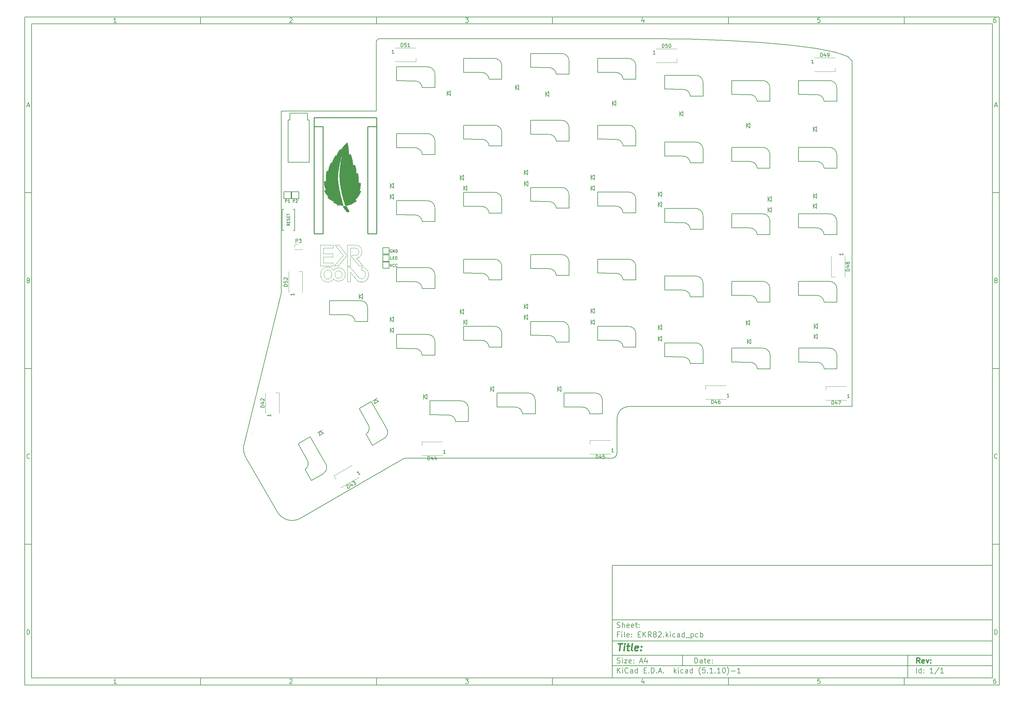
<source format=gto>
G04 #@! TF.GenerationSoftware,KiCad,Pcbnew,(5.1.10)-1*
G04 #@! TF.CreationDate,2021-06-09T20:37:38+02:00*
G04 #@! TF.ProjectId,EKR82,454b5238-322e-46b6-9963-61645f706362,rev?*
G04 #@! TF.SameCoordinates,Original*
G04 #@! TF.FileFunction,Legend,Top*
G04 #@! TF.FilePolarity,Positive*
%FSLAX46Y46*%
G04 Gerber Fmt 4.6, Leading zero omitted, Abs format (unit mm)*
G04 Created by KiCad (PCBNEW (5.1.10)-1) date 2021-06-09 20:37:38*
%MOMM*%
%LPD*%
G01*
G04 APERTURE LIST*
%ADD10C,0.100000*%
%ADD11C,0.150000*%
%ADD12C,0.300000*%
%ADD13C,0.400000*%
G04 #@! TA.AperFunction,Profile*
%ADD14C,0.150000*%
G04 #@! TD*
G04 #@! TA.AperFunction,Profile*
%ADD15C,0.200000*%
G04 #@! TD*
%ADD16C,0.018000*%
%ADD17C,0.120000*%
%ADD18C,0.250000*%
G04 APERTURE END LIST*
D10*
D11*
X177002200Y-166007200D02*
X177002200Y-198007200D01*
X285002200Y-198007200D01*
X285002200Y-166007200D01*
X177002200Y-166007200D01*
D10*
D11*
X10000000Y-10000000D02*
X10000000Y-200007200D01*
X287002200Y-200007200D01*
X287002200Y-10000000D01*
X10000000Y-10000000D01*
D10*
D11*
X12000000Y-12000000D02*
X12000000Y-198007200D01*
X285002200Y-198007200D01*
X285002200Y-12000000D01*
X12000000Y-12000000D01*
D10*
D11*
X60000000Y-12000000D02*
X60000000Y-10000000D01*
D10*
D11*
X110000000Y-12000000D02*
X110000000Y-10000000D01*
D10*
D11*
X160000000Y-12000000D02*
X160000000Y-10000000D01*
D10*
D11*
X210000000Y-12000000D02*
X210000000Y-10000000D01*
D10*
D11*
X260000000Y-12000000D02*
X260000000Y-10000000D01*
D10*
D11*
X36065476Y-11588095D02*
X35322619Y-11588095D01*
X35694047Y-11588095D02*
X35694047Y-10288095D01*
X35570238Y-10473809D01*
X35446428Y-10597619D01*
X35322619Y-10659523D01*
D10*
D11*
X85322619Y-10411904D02*
X85384523Y-10350000D01*
X85508333Y-10288095D01*
X85817857Y-10288095D01*
X85941666Y-10350000D01*
X86003571Y-10411904D01*
X86065476Y-10535714D01*
X86065476Y-10659523D01*
X86003571Y-10845238D01*
X85260714Y-11588095D01*
X86065476Y-11588095D01*
D10*
D11*
X135260714Y-10288095D02*
X136065476Y-10288095D01*
X135632142Y-10783333D01*
X135817857Y-10783333D01*
X135941666Y-10845238D01*
X136003571Y-10907142D01*
X136065476Y-11030952D01*
X136065476Y-11340476D01*
X136003571Y-11464285D01*
X135941666Y-11526190D01*
X135817857Y-11588095D01*
X135446428Y-11588095D01*
X135322619Y-11526190D01*
X135260714Y-11464285D01*
D10*
D11*
X185941666Y-10721428D02*
X185941666Y-11588095D01*
X185632142Y-10226190D02*
X185322619Y-11154761D01*
X186127380Y-11154761D01*
D10*
D11*
X236003571Y-10288095D02*
X235384523Y-10288095D01*
X235322619Y-10907142D01*
X235384523Y-10845238D01*
X235508333Y-10783333D01*
X235817857Y-10783333D01*
X235941666Y-10845238D01*
X236003571Y-10907142D01*
X236065476Y-11030952D01*
X236065476Y-11340476D01*
X236003571Y-11464285D01*
X235941666Y-11526190D01*
X235817857Y-11588095D01*
X235508333Y-11588095D01*
X235384523Y-11526190D01*
X235322619Y-11464285D01*
D10*
D11*
X285941666Y-10288095D02*
X285694047Y-10288095D01*
X285570238Y-10350000D01*
X285508333Y-10411904D01*
X285384523Y-10597619D01*
X285322619Y-10845238D01*
X285322619Y-11340476D01*
X285384523Y-11464285D01*
X285446428Y-11526190D01*
X285570238Y-11588095D01*
X285817857Y-11588095D01*
X285941666Y-11526190D01*
X286003571Y-11464285D01*
X286065476Y-11340476D01*
X286065476Y-11030952D01*
X286003571Y-10907142D01*
X285941666Y-10845238D01*
X285817857Y-10783333D01*
X285570238Y-10783333D01*
X285446428Y-10845238D01*
X285384523Y-10907142D01*
X285322619Y-11030952D01*
D10*
D11*
X60000000Y-198007200D02*
X60000000Y-200007200D01*
D10*
D11*
X110000000Y-198007200D02*
X110000000Y-200007200D01*
D10*
D11*
X160000000Y-198007200D02*
X160000000Y-200007200D01*
D10*
D11*
X210000000Y-198007200D02*
X210000000Y-200007200D01*
D10*
D11*
X260000000Y-198007200D02*
X260000000Y-200007200D01*
D10*
D11*
X36065476Y-199595295D02*
X35322619Y-199595295D01*
X35694047Y-199595295D02*
X35694047Y-198295295D01*
X35570238Y-198481009D01*
X35446428Y-198604819D01*
X35322619Y-198666723D01*
D10*
D11*
X85322619Y-198419104D02*
X85384523Y-198357200D01*
X85508333Y-198295295D01*
X85817857Y-198295295D01*
X85941666Y-198357200D01*
X86003571Y-198419104D01*
X86065476Y-198542914D01*
X86065476Y-198666723D01*
X86003571Y-198852438D01*
X85260714Y-199595295D01*
X86065476Y-199595295D01*
D10*
D11*
X135260714Y-198295295D02*
X136065476Y-198295295D01*
X135632142Y-198790533D01*
X135817857Y-198790533D01*
X135941666Y-198852438D01*
X136003571Y-198914342D01*
X136065476Y-199038152D01*
X136065476Y-199347676D01*
X136003571Y-199471485D01*
X135941666Y-199533390D01*
X135817857Y-199595295D01*
X135446428Y-199595295D01*
X135322619Y-199533390D01*
X135260714Y-199471485D01*
D10*
D11*
X185941666Y-198728628D02*
X185941666Y-199595295D01*
X185632142Y-198233390D02*
X185322619Y-199161961D01*
X186127380Y-199161961D01*
D10*
D11*
X236003571Y-198295295D02*
X235384523Y-198295295D01*
X235322619Y-198914342D01*
X235384523Y-198852438D01*
X235508333Y-198790533D01*
X235817857Y-198790533D01*
X235941666Y-198852438D01*
X236003571Y-198914342D01*
X236065476Y-199038152D01*
X236065476Y-199347676D01*
X236003571Y-199471485D01*
X235941666Y-199533390D01*
X235817857Y-199595295D01*
X235508333Y-199595295D01*
X235384523Y-199533390D01*
X235322619Y-199471485D01*
D10*
D11*
X285941666Y-198295295D02*
X285694047Y-198295295D01*
X285570238Y-198357200D01*
X285508333Y-198419104D01*
X285384523Y-198604819D01*
X285322619Y-198852438D01*
X285322619Y-199347676D01*
X285384523Y-199471485D01*
X285446428Y-199533390D01*
X285570238Y-199595295D01*
X285817857Y-199595295D01*
X285941666Y-199533390D01*
X286003571Y-199471485D01*
X286065476Y-199347676D01*
X286065476Y-199038152D01*
X286003571Y-198914342D01*
X285941666Y-198852438D01*
X285817857Y-198790533D01*
X285570238Y-198790533D01*
X285446428Y-198852438D01*
X285384523Y-198914342D01*
X285322619Y-199038152D01*
D10*
D11*
X10000000Y-60000000D02*
X12000000Y-60000000D01*
D10*
D11*
X10000000Y-110000000D02*
X12000000Y-110000000D01*
D10*
D11*
X10000000Y-160000000D02*
X12000000Y-160000000D01*
D10*
D11*
X10690476Y-35216666D02*
X11309523Y-35216666D01*
X10566666Y-35588095D02*
X11000000Y-34288095D01*
X11433333Y-35588095D01*
D10*
D11*
X11092857Y-84907142D02*
X11278571Y-84969047D01*
X11340476Y-85030952D01*
X11402380Y-85154761D01*
X11402380Y-85340476D01*
X11340476Y-85464285D01*
X11278571Y-85526190D01*
X11154761Y-85588095D01*
X10659523Y-85588095D01*
X10659523Y-84288095D01*
X11092857Y-84288095D01*
X11216666Y-84350000D01*
X11278571Y-84411904D01*
X11340476Y-84535714D01*
X11340476Y-84659523D01*
X11278571Y-84783333D01*
X11216666Y-84845238D01*
X11092857Y-84907142D01*
X10659523Y-84907142D01*
D10*
D11*
X11402380Y-135464285D02*
X11340476Y-135526190D01*
X11154761Y-135588095D01*
X11030952Y-135588095D01*
X10845238Y-135526190D01*
X10721428Y-135402380D01*
X10659523Y-135278571D01*
X10597619Y-135030952D01*
X10597619Y-134845238D01*
X10659523Y-134597619D01*
X10721428Y-134473809D01*
X10845238Y-134350000D01*
X11030952Y-134288095D01*
X11154761Y-134288095D01*
X11340476Y-134350000D01*
X11402380Y-134411904D01*
D10*
D11*
X10659523Y-185588095D02*
X10659523Y-184288095D01*
X10969047Y-184288095D01*
X11154761Y-184350000D01*
X11278571Y-184473809D01*
X11340476Y-184597619D01*
X11402380Y-184845238D01*
X11402380Y-185030952D01*
X11340476Y-185278571D01*
X11278571Y-185402380D01*
X11154761Y-185526190D01*
X10969047Y-185588095D01*
X10659523Y-185588095D01*
D10*
D11*
X287002200Y-60000000D02*
X285002200Y-60000000D01*
D10*
D11*
X287002200Y-110000000D02*
X285002200Y-110000000D01*
D10*
D11*
X287002200Y-160000000D02*
X285002200Y-160000000D01*
D10*
D11*
X285692676Y-35216666D02*
X286311723Y-35216666D01*
X285568866Y-35588095D02*
X286002200Y-34288095D01*
X286435533Y-35588095D01*
D10*
D11*
X286095057Y-84907142D02*
X286280771Y-84969047D01*
X286342676Y-85030952D01*
X286404580Y-85154761D01*
X286404580Y-85340476D01*
X286342676Y-85464285D01*
X286280771Y-85526190D01*
X286156961Y-85588095D01*
X285661723Y-85588095D01*
X285661723Y-84288095D01*
X286095057Y-84288095D01*
X286218866Y-84350000D01*
X286280771Y-84411904D01*
X286342676Y-84535714D01*
X286342676Y-84659523D01*
X286280771Y-84783333D01*
X286218866Y-84845238D01*
X286095057Y-84907142D01*
X285661723Y-84907142D01*
D10*
D11*
X286404580Y-135464285D02*
X286342676Y-135526190D01*
X286156961Y-135588095D01*
X286033152Y-135588095D01*
X285847438Y-135526190D01*
X285723628Y-135402380D01*
X285661723Y-135278571D01*
X285599819Y-135030952D01*
X285599819Y-134845238D01*
X285661723Y-134597619D01*
X285723628Y-134473809D01*
X285847438Y-134350000D01*
X286033152Y-134288095D01*
X286156961Y-134288095D01*
X286342676Y-134350000D01*
X286404580Y-134411904D01*
D10*
D11*
X285661723Y-185588095D02*
X285661723Y-184288095D01*
X285971247Y-184288095D01*
X286156961Y-184350000D01*
X286280771Y-184473809D01*
X286342676Y-184597619D01*
X286404580Y-184845238D01*
X286404580Y-185030952D01*
X286342676Y-185278571D01*
X286280771Y-185402380D01*
X286156961Y-185526190D01*
X285971247Y-185588095D01*
X285661723Y-185588095D01*
D10*
D11*
X200434342Y-193785771D02*
X200434342Y-192285771D01*
X200791485Y-192285771D01*
X201005771Y-192357200D01*
X201148628Y-192500057D01*
X201220057Y-192642914D01*
X201291485Y-192928628D01*
X201291485Y-193142914D01*
X201220057Y-193428628D01*
X201148628Y-193571485D01*
X201005771Y-193714342D01*
X200791485Y-193785771D01*
X200434342Y-193785771D01*
X202577200Y-193785771D02*
X202577200Y-193000057D01*
X202505771Y-192857200D01*
X202362914Y-192785771D01*
X202077200Y-192785771D01*
X201934342Y-192857200D01*
X202577200Y-193714342D02*
X202434342Y-193785771D01*
X202077200Y-193785771D01*
X201934342Y-193714342D01*
X201862914Y-193571485D01*
X201862914Y-193428628D01*
X201934342Y-193285771D01*
X202077200Y-193214342D01*
X202434342Y-193214342D01*
X202577200Y-193142914D01*
X203077200Y-192785771D02*
X203648628Y-192785771D01*
X203291485Y-192285771D02*
X203291485Y-193571485D01*
X203362914Y-193714342D01*
X203505771Y-193785771D01*
X203648628Y-193785771D01*
X204720057Y-193714342D02*
X204577200Y-193785771D01*
X204291485Y-193785771D01*
X204148628Y-193714342D01*
X204077200Y-193571485D01*
X204077200Y-193000057D01*
X204148628Y-192857200D01*
X204291485Y-192785771D01*
X204577200Y-192785771D01*
X204720057Y-192857200D01*
X204791485Y-193000057D01*
X204791485Y-193142914D01*
X204077200Y-193285771D01*
X205434342Y-193642914D02*
X205505771Y-193714342D01*
X205434342Y-193785771D01*
X205362914Y-193714342D01*
X205434342Y-193642914D01*
X205434342Y-193785771D01*
X205434342Y-192857200D02*
X205505771Y-192928628D01*
X205434342Y-193000057D01*
X205362914Y-192928628D01*
X205434342Y-192857200D01*
X205434342Y-193000057D01*
D10*
D11*
X177002200Y-194507200D02*
X285002200Y-194507200D01*
D10*
D11*
X178434342Y-196585771D02*
X178434342Y-195085771D01*
X179291485Y-196585771D02*
X178648628Y-195728628D01*
X179291485Y-195085771D02*
X178434342Y-195942914D01*
X179934342Y-196585771D02*
X179934342Y-195585771D01*
X179934342Y-195085771D02*
X179862914Y-195157200D01*
X179934342Y-195228628D01*
X180005771Y-195157200D01*
X179934342Y-195085771D01*
X179934342Y-195228628D01*
X181505771Y-196442914D02*
X181434342Y-196514342D01*
X181220057Y-196585771D01*
X181077200Y-196585771D01*
X180862914Y-196514342D01*
X180720057Y-196371485D01*
X180648628Y-196228628D01*
X180577200Y-195942914D01*
X180577200Y-195728628D01*
X180648628Y-195442914D01*
X180720057Y-195300057D01*
X180862914Y-195157200D01*
X181077200Y-195085771D01*
X181220057Y-195085771D01*
X181434342Y-195157200D01*
X181505771Y-195228628D01*
X182791485Y-196585771D02*
X182791485Y-195800057D01*
X182720057Y-195657200D01*
X182577200Y-195585771D01*
X182291485Y-195585771D01*
X182148628Y-195657200D01*
X182791485Y-196514342D02*
X182648628Y-196585771D01*
X182291485Y-196585771D01*
X182148628Y-196514342D01*
X182077200Y-196371485D01*
X182077200Y-196228628D01*
X182148628Y-196085771D01*
X182291485Y-196014342D01*
X182648628Y-196014342D01*
X182791485Y-195942914D01*
X184148628Y-196585771D02*
X184148628Y-195085771D01*
X184148628Y-196514342D02*
X184005771Y-196585771D01*
X183720057Y-196585771D01*
X183577200Y-196514342D01*
X183505771Y-196442914D01*
X183434342Y-196300057D01*
X183434342Y-195871485D01*
X183505771Y-195728628D01*
X183577200Y-195657200D01*
X183720057Y-195585771D01*
X184005771Y-195585771D01*
X184148628Y-195657200D01*
X186005771Y-195800057D02*
X186505771Y-195800057D01*
X186720057Y-196585771D02*
X186005771Y-196585771D01*
X186005771Y-195085771D01*
X186720057Y-195085771D01*
X187362914Y-196442914D02*
X187434342Y-196514342D01*
X187362914Y-196585771D01*
X187291485Y-196514342D01*
X187362914Y-196442914D01*
X187362914Y-196585771D01*
X188077200Y-196585771D02*
X188077200Y-195085771D01*
X188434342Y-195085771D01*
X188648628Y-195157200D01*
X188791485Y-195300057D01*
X188862914Y-195442914D01*
X188934342Y-195728628D01*
X188934342Y-195942914D01*
X188862914Y-196228628D01*
X188791485Y-196371485D01*
X188648628Y-196514342D01*
X188434342Y-196585771D01*
X188077200Y-196585771D01*
X189577200Y-196442914D02*
X189648628Y-196514342D01*
X189577200Y-196585771D01*
X189505771Y-196514342D01*
X189577200Y-196442914D01*
X189577200Y-196585771D01*
X190220057Y-196157200D02*
X190934342Y-196157200D01*
X190077200Y-196585771D02*
X190577200Y-195085771D01*
X191077200Y-196585771D01*
X191577200Y-196442914D02*
X191648628Y-196514342D01*
X191577200Y-196585771D01*
X191505771Y-196514342D01*
X191577200Y-196442914D01*
X191577200Y-196585771D01*
X194577200Y-196585771D02*
X194577200Y-195085771D01*
X194720057Y-196014342D02*
X195148628Y-196585771D01*
X195148628Y-195585771D02*
X194577200Y-196157200D01*
X195791485Y-196585771D02*
X195791485Y-195585771D01*
X195791485Y-195085771D02*
X195720057Y-195157200D01*
X195791485Y-195228628D01*
X195862914Y-195157200D01*
X195791485Y-195085771D01*
X195791485Y-195228628D01*
X197148628Y-196514342D02*
X197005771Y-196585771D01*
X196720057Y-196585771D01*
X196577200Y-196514342D01*
X196505771Y-196442914D01*
X196434342Y-196300057D01*
X196434342Y-195871485D01*
X196505771Y-195728628D01*
X196577200Y-195657200D01*
X196720057Y-195585771D01*
X197005771Y-195585771D01*
X197148628Y-195657200D01*
X198434342Y-196585771D02*
X198434342Y-195800057D01*
X198362914Y-195657200D01*
X198220057Y-195585771D01*
X197934342Y-195585771D01*
X197791485Y-195657200D01*
X198434342Y-196514342D02*
X198291485Y-196585771D01*
X197934342Y-196585771D01*
X197791485Y-196514342D01*
X197720057Y-196371485D01*
X197720057Y-196228628D01*
X197791485Y-196085771D01*
X197934342Y-196014342D01*
X198291485Y-196014342D01*
X198434342Y-195942914D01*
X199791485Y-196585771D02*
X199791485Y-195085771D01*
X199791485Y-196514342D02*
X199648628Y-196585771D01*
X199362914Y-196585771D01*
X199220057Y-196514342D01*
X199148628Y-196442914D01*
X199077200Y-196300057D01*
X199077200Y-195871485D01*
X199148628Y-195728628D01*
X199220057Y-195657200D01*
X199362914Y-195585771D01*
X199648628Y-195585771D01*
X199791485Y-195657200D01*
X202077200Y-197157200D02*
X202005771Y-197085771D01*
X201862914Y-196871485D01*
X201791485Y-196728628D01*
X201720057Y-196514342D01*
X201648628Y-196157200D01*
X201648628Y-195871485D01*
X201720057Y-195514342D01*
X201791485Y-195300057D01*
X201862914Y-195157200D01*
X202005771Y-194942914D01*
X202077200Y-194871485D01*
X203362914Y-195085771D02*
X202648628Y-195085771D01*
X202577200Y-195800057D01*
X202648628Y-195728628D01*
X202791485Y-195657200D01*
X203148628Y-195657200D01*
X203291485Y-195728628D01*
X203362914Y-195800057D01*
X203434342Y-195942914D01*
X203434342Y-196300057D01*
X203362914Y-196442914D01*
X203291485Y-196514342D01*
X203148628Y-196585771D01*
X202791485Y-196585771D01*
X202648628Y-196514342D01*
X202577200Y-196442914D01*
X204077200Y-196442914D02*
X204148628Y-196514342D01*
X204077200Y-196585771D01*
X204005771Y-196514342D01*
X204077200Y-196442914D01*
X204077200Y-196585771D01*
X205577200Y-196585771D02*
X204720057Y-196585771D01*
X205148628Y-196585771D02*
X205148628Y-195085771D01*
X205005771Y-195300057D01*
X204862914Y-195442914D01*
X204720057Y-195514342D01*
X206220057Y-196442914D02*
X206291485Y-196514342D01*
X206220057Y-196585771D01*
X206148628Y-196514342D01*
X206220057Y-196442914D01*
X206220057Y-196585771D01*
X207720057Y-196585771D02*
X206862914Y-196585771D01*
X207291485Y-196585771D02*
X207291485Y-195085771D01*
X207148628Y-195300057D01*
X207005771Y-195442914D01*
X206862914Y-195514342D01*
X208648628Y-195085771D02*
X208791485Y-195085771D01*
X208934342Y-195157200D01*
X209005771Y-195228628D01*
X209077200Y-195371485D01*
X209148628Y-195657200D01*
X209148628Y-196014342D01*
X209077200Y-196300057D01*
X209005771Y-196442914D01*
X208934342Y-196514342D01*
X208791485Y-196585771D01*
X208648628Y-196585771D01*
X208505771Y-196514342D01*
X208434342Y-196442914D01*
X208362914Y-196300057D01*
X208291485Y-196014342D01*
X208291485Y-195657200D01*
X208362914Y-195371485D01*
X208434342Y-195228628D01*
X208505771Y-195157200D01*
X208648628Y-195085771D01*
X209648628Y-197157200D02*
X209720057Y-197085771D01*
X209862914Y-196871485D01*
X209934342Y-196728628D01*
X210005771Y-196514342D01*
X210077200Y-196157200D01*
X210077200Y-195871485D01*
X210005771Y-195514342D01*
X209934342Y-195300057D01*
X209862914Y-195157200D01*
X209720057Y-194942914D01*
X209648628Y-194871485D01*
X210791485Y-196014342D02*
X211934342Y-196014342D01*
X213434342Y-196585771D02*
X212577200Y-196585771D01*
X213005771Y-196585771D02*
X213005771Y-195085771D01*
X212862914Y-195300057D01*
X212720057Y-195442914D01*
X212577200Y-195514342D01*
D10*
D11*
X177002200Y-191507200D02*
X285002200Y-191507200D01*
D10*
D12*
X264411485Y-193785771D02*
X263911485Y-193071485D01*
X263554342Y-193785771D02*
X263554342Y-192285771D01*
X264125771Y-192285771D01*
X264268628Y-192357200D01*
X264340057Y-192428628D01*
X264411485Y-192571485D01*
X264411485Y-192785771D01*
X264340057Y-192928628D01*
X264268628Y-193000057D01*
X264125771Y-193071485D01*
X263554342Y-193071485D01*
X265625771Y-193714342D02*
X265482914Y-193785771D01*
X265197200Y-193785771D01*
X265054342Y-193714342D01*
X264982914Y-193571485D01*
X264982914Y-193000057D01*
X265054342Y-192857200D01*
X265197200Y-192785771D01*
X265482914Y-192785771D01*
X265625771Y-192857200D01*
X265697200Y-193000057D01*
X265697200Y-193142914D01*
X264982914Y-193285771D01*
X266197200Y-192785771D02*
X266554342Y-193785771D01*
X266911485Y-192785771D01*
X267482914Y-193642914D02*
X267554342Y-193714342D01*
X267482914Y-193785771D01*
X267411485Y-193714342D01*
X267482914Y-193642914D01*
X267482914Y-193785771D01*
X267482914Y-192857200D02*
X267554342Y-192928628D01*
X267482914Y-193000057D01*
X267411485Y-192928628D01*
X267482914Y-192857200D01*
X267482914Y-193000057D01*
D10*
D11*
X178362914Y-193714342D02*
X178577200Y-193785771D01*
X178934342Y-193785771D01*
X179077200Y-193714342D01*
X179148628Y-193642914D01*
X179220057Y-193500057D01*
X179220057Y-193357200D01*
X179148628Y-193214342D01*
X179077200Y-193142914D01*
X178934342Y-193071485D01*
X178648628Y-193000057D01*
X178505771Y-192928628D01*
X178434342Y-192857200D01*
X178362914Y-192714342D01*
X178362914Y-192571485D01*
X178434342Y-192428628D01*
X178505771Y-192357200D01*
X178648628Y-192285771D01*
X179005771Y-192285771D01*
X179220057Y-192357200D01*
X179862914Y-193785771D02*
X179862914Y-192785771D01*
X179862914Y-192285771D02*
X179791485Y-192357200D01*
X179862914Y-192428628D01*
X179934342Y-192357200D01*
X179862914Y-192285771D01*
X179862914Y-192428628D01*
X180434342Y-192785771D02*
X181220057Y-192785771D01*
X180434342Y-193785771D01*
X181220057Y-193785771D01*
X182362914Y-193714342D02*
X182220057Y-193785771D01*
X181934342Y-193785771D01*
X181791485Y-193714342D01*
X181720057Y-193571485D01*
X181720057Y-193000057D01*
X181791485Y-192857200D01*
X181934342Y-192785771D01*
X182220057Y-192785771D01*
X182362914Y-192857200D01*
X182434342Y-193000057D01*
X182434342Y-193142914D01*
X181720057Y-193285771D01*
X183077200Y-193642914D02*
X183148628Y-193714342D01*
X183077200Y-193785771D01*
X183005771Y-193714342D01*
X183077200Y-193642914D01*
X183077200Y-193785771D01*
X183077200Y-192857200D02*
X183148628Y-192928628D01*
X183077200Y-193000057D01*
X183005771Y-192928628D01*
X183077200Y-192857200D01*
X183077200Y-193000057D01*
X184862914Y-193357200D02*
X185577200Y-193357200D01*
X184720057Y-193785771D02*
X185220057Y-192285771D01*
X185720057Y-193785771D01*
X186862914Y-192785771D02*
X186862914Y-193785771D01*
X186505771Y-192214342D02*
X186148628Y-193285771D01*
X187077200Y-193285771D01*
D10*
D11*
X263434342Y-196585771D02*
X263434342Y-195085771D01*
X264791485Y-196585771D02*
X264791485Y-195085771D01*
X264791485Y-196514342D02*
X264648628Y-196585771D01*
X264362914Y-196585771D01*
X264220057Y-196514342D01*
X264148628Y-196442914D01*
X264077200Y-196300057D01*
X264077200Y-195871485D01*
X264148628Y-195728628D01*
X264220057Y-195657200D01*
X264362914Y-195585771D01*
X264648628Y-195585771D01*
X264791485Y-195657200D01*
X265505771Y-196442914D02*
X265577200Y-196514342D01*
X265505771Y-196585771D01*
X265434342Y-196514342D01*
X265505771Y-196442914D01*
X265505771Y-196585771D01*
X265505771Y-195657200D02*
X265577200Y-195728628D01*
X265505771Y-195800057D01*
X265434342Y-195728628D01*
X265505771Y-195657200D01*
X265505771Y-195800057D01*
X268148628Y-196585771D02*
X267291485Y-196585771D01*
X267720057Y-196585771D02*
X267720057Y-195085771D01*
X267577200Y-195300057D01*
X267434342Y-195442914D01*
X267291485Y-195514342D01*
X269862914Y-195014342D02*
X268577200Y-196942914D01*
X271148628Y-196585771D02*
X270291485Y-196585771D01*
X270720057Y-196585771D02*
X270720057Y-195085771D01*
X270577200Y-195300057D01*
X270434342Y-195442914D01*
X270291485Y-195514342D01*
D10*
D11*
X177002200Y-187507200D02*
X285002200Y-187507200D01*
D10*
D13*
X178714580Y-188211961D02*
X179857438Y-188211961D01*
X179036009Y-190211961D02*
X179286009Y-188211961D01*
X180274104Y-190211961D02*
X180440771Y-188878628D01*
X180524104Y-188211961D02*
X180416961Y-188307200D01*
X180500295Y-188402438D01*
X180607438Y-188307200D01*
X180524104Y-188211961D01*
X180500295Y-188402438D01*
X181107438Y-188878628D02*
X181869342Y-188878628D01*
X181476485Y-188211961D02*
X181262200Y-189926247D01*
X181333628Y-190116723D01*
X181512200Y-190211961D01*
X181702676Y-190211961D01*
X182655057Y-190211961D02*
X182476485Y-190116723D01*
X182405057Y-189926247D01*
X182619342Y-188211961D01*
X184190771Y-190116723D02*
X183988390Y-190211961D01*
X183607438Y-190211961D01*
X183428866Y-190116723D01*
X183357438Y-189926247D01*
X183452676Y-189164342D01*
X183571723Y-188973866D01*
X183774104Y-188878628D01*
X184155057Y-188878628D01*
X184333628Y-188973866D01*
X184405057Y-189164342D01*
X184381247Y-189354819D01*
X183405057Y-189545295D01*
X185155057Y-190021485D02*
X185238390Y-190116723D01*
X185131247Y-190211961D01*
X185047914Y-190116723D01*
X185155057Y-190021485D01*
X185131247Y-190211961D01*
X185286009Y-188973866D02*
X185369342Y-189069104D01*
X185262200Y-189164342D01*
X185178866Y-189069104D01*
X185286009Y-188973866D01*
X185262200Y-189164342D01*
D10*
D11*
X178934342Y-185600057D02*
X178434342Y-185600057D01*
X178434342Y-186385771D02*
X178434342Y-184885771D01*
X179148628Y-184885771D01*
X179720057Y-186385771D02*
X179720057Y-185385771D01*
X179720057Y-184885771D02*
X179648628Y-184957200D01*
X179720057Y-185028628D01*
X179791485Y-184957200D01*
X179720057Y-184885771D01*
X179720057Y-185028628D01*
X180648628Y-186385771D02*
X180505771Y-186314342D01*
X180434342Y-186171485D01*
X180434342Y-184885771D01*
X181791485Y-186314342D02*
X181648628Y-186385771D01*
X181362914Y-186385771D01*
X181220057Y-186314342D01*
X181148628Y-186171485D01*
X181148628Y-185600057D01*
X181220057Y-185457200D01*
X181362914Y-185385771D01*
X181648628Y-185385771D01*
X181791485Y-185457200D01*
X181862914Y-185600057D01*
X181862914Y-185742914D01*
X181148628Y-185885771D01*
X182505771Y-186242914D02*
X182577200Y-186314342D01*
X182505771Y-186385771D01*
X182434342Y-186314342D01*
X182505771Y-186242914D01*
X182505771Y-186385771D01*
X182505771Y-185457200D02*
X182577200Y-185528628D01*
X182505771Y-185600057D01*
X182434342Y-185528628D01*
X182505771Y-185457200D01*
X182505771Y-185600057D01*
X184362914Y-185600057D02*
X184862914Y-185600057D01*
X185077200Y-186385771D02*
X184362914Y-186385771D01*
X184362914Y-184885771D01*
X185077200Y-184885771D01*
X185720057Y-186385771D02*
X185720057Y-184885771D01*
X186577200Y-186385771D02*
X185934342Y-185528628D01*
X186577200Y-184885771D02*
X185720057Y-185742914D01*
X188077200Y-186385771D02*
X187577200Y-185671485D01*
X187220057Y-186385771D02*
X187220057Y-184885771D01*
X187791485Y-184885771D01*
X187934342Y-184957200D01*
X188005771Y-185028628D01*
X188077200Y-185171485D01*
X188077200Y-185385771D01*
X188005771Y-185528628D01*
X187934342Y-185600057D01*
X187791485Y-185671485D01*
X187220057Y-185671485D01*
X188934342Y-185528628D02*
X188791485Y-185457200D01*
X188720057Y-185385771D01*
X188648628Y-185242914D01*
X188648628Y-185171485D01*
X188720057Y-185028628D01*
X188791485Y-184957200D01*
X188934342Y-184885771D01*
X189220057Y-184885771D01*
X189362914Y-184957200D01*
X189434342Y-185028628D01*
X189505771Y-185171485D01*
X189505771Y-185242914D01*
X189434342Y-185385771D01*
X189362914Y-185457200D01*
X189220057Y-185528628D01*
X188934342Y-185528628D01*
X188791485Y-185600057D01*
X188720057Y-185671485D01*
X188648628Y-185814342D01*
X188648628Y-186100057D01*
X188720057Y-186242914D01*
X188791485Y-186314342D01*
X188934342Y-186385771D01*
X189220057Y-186385771D01*
X189362914Y-186314342D01*
X189434342Y-186242914D01*
X189505771Y-186100057D01*
X189505771Y-185814342D01*
X189434342Y-185671485D01*
X189362914Y-185600057D01*
X189220057Y-185528628D01*
X190077200Y-185028628D02*
X190148628Y-184957200D01*
X190291485Y-184885771D01*
X190648628Y-184885771D01*
X190791485Y-184957200D01*
X190862914Y-185028628D01*
X190934342Y-185171485D01*
X190934342Y-185314342D01*
X190862914Y-185528628D01*
X190005771Y-186385771D01*
X190934342Y-186385771D01*
X191577200Y-186242914D02*
X191648628Y-186314342D01*
X191577200Y-186385771D01*
X191505771Y-186314342D01*
X191577200Y-186242914D01*
X191577200Y-186385771D01*
X192291485Y-186385771D02*
X192291485Y-184885771D01*
X192434342Y-185814342D02*
X192862914Y-186385771D01*
X192862914Y-185385771D02*
X192291485Y-185957200D01*
X193505771Y-186385771D02*
X193505771Y-185385771D01*
X193505771Y-184885771D02*
X193434342Y-184957200D01*
X193505771Y-185028628D01*
X193577200Y-184957200D01*
X193505771Y-184885771D01*
X193505771Y-185028628D01*
X194862914Y-186314342D02*
X194720057Y-186385771D01*
X194434342Y-186385771D01*
X194291485Y-186314342D01*
X194220057Y-186242914D01*
X194148628Y-186100057D01*
X194148628Y-185671485D01*
X194220057Y-185528628D01*
X194291485Y-185457200D01*
X194434342Y-185385771D01*
X194720057Y-185385771D01*
X194862914Y-185457200D01*
X196148628Y-186385771D02*
X196148628Y-185600057D01*
X196077200Y-185457200D01*
X195934342Y-185385771D01*
X195648628Y-185385771D01*
X195505771Y-185457200D01*
X196148628Y-186314342D02*
X196005771Y-186385771D01*
X195648628Y-186385771D01*
X195505771Y-186314342D01*
X195434342Y-186171485D01*
X195434342Y-186028628D01*
X195505771Y-185885771D01*
X195648628Y-185814342D01*
X196005771Y-185814342D01*
X196148628Y-185742914D01*
X197505771Y-186385771D02*
X197505771Y-184885771D01*
X197505771Y-186314342D02*
X197362914Y-186385771D01*
X197077200Y-186385771D01*
X196934342Y-186314342D01*
X196862914Y-186242914D01*
X196791485Y-186100057D01*
X196791485Y-185671485D01*
X196862914Y-185528628D01*
X196934342Y-185457200D01*
X197077200Y-185385771D01*
X197362914Y-185385771D01*
X197505771Y-185457200D01*
X197862914Y-186528628D02*
X199005771Y-186528628D01*
X199362914Y-185385771D02*
X199362914Y-186885771D01*
X199362914Y-185457200D02*
X199505771Y-185385771D01*
X199791485Y-185385771D01*
X199934342Y-185457200D01*
X200005771Y-185528628D01*
X200077200Y-185671485D01*
X200077200Y-186100057D01*
X200005771Y-186242914D01*
X199934342Y-186314342D01*
X199791485Y-186385771D01*
X199505771Y-186385771D01*
X199362914Y-186314342D01*
X201362914Y-186314342D02*
X201220057Y-186385771D01*
X200934342Y-186385771D01*
X200791485Y-186314342D01*
X200720057Y-186242914D01*
X200648628Y-186100057D01*
X200648628Y-185671485D01*
X200720057Y-185528628D01*
X200791485Y-185457200D01*
X200934342Y-185385771D01*
X201220057Y-185385771D01*
X201362914Y-185457200D01*
X202005771Y-186385771D02*
X202005771Y-184885771D01*
X202005771Y-185457200D02*
X202148628Y-185385771D01*
X202434342Y-185385771D01*
X202577200Y-185457200D01*
X202648628Y-185528628D01*
X202720057Y-185671485D01*
X202720057Y-186100057D01*
X202648628Y-186242914D01*
X202577200Y-186314342D01*
X202434342Y-186385771D01*
X202148628Y-186385771D01*
X202005771Y-186314342D01*
D10*
D11*
X177002200Y-181507200D02*
X285002200Y-181507200D01*
D10*
D11*
X178362914Y-183614342D02*
X178577200Y-183685771D01*
X178934342Y-183685771D01*
X179077200Y-183614342D01*
X179148628Y-183542914D01*
X179220057Y-183400057D01*
X179220057Y-183257200D01*
X179148628Y-183114342D01*
X179077200Y-183042914D01*
X178934342Y-182971485D01*
X178648628Y-182900057D01*
X178505771Y-182828628D01*
X178434342Y-182757200D01*
X178362914Y-182614342D01*
X178362914Y-182471485D01*
X178434342Y-182328628D01*
X178505771Y-182257200D01*
X178648628Y-182185771D01*
X179005771Y-182185771D01*
X179220057Y-182257200D01*
X179862914Y-183685771D02*
X179862914Y-182185771D01*
X180505771Y-183685771D02*
X180505771Y-182900057D01*
X180434342Y-182757200D01*
X180291485Y-182685771D01*
X180077200Y-182685771D01*
X179934342Y-182757200D01*
X179862914Y-182828628D01*
X181791485Y-183614342D02*
X181648628Y-183685771D01*
X181362914Y-183685771D01*
X181220057Y-183614342D01*
X181148628Y-183471485D01*
X181148628Y-182900057D01*
X181220057Y-182757200D01*
X181362914Y-182685771D01*
X181648628Y-182685771D01*
X181791485Y-182757200D01*
X181862914Y-182900057D01*
X181862914Y-183042914D01*
X181148628Y-183185771D01*
X183077200Y-183614342D02*
X182934342Y-183685771D01*
X182648628Y-183685771D01*
X182505771Y-183614342D01*
X182434342Y-183471485D01*
X182434342Y-182900057D01*
X182505771Y-182757200D01*
X182648628Y-182685771D01*
X182934342Y-182685771D01*
X183077200Y-182757200D01*
X183148628Y-182900057D01*
X183148628Y-183042914D01*
X182434342Y-183185771D01*
X183577200Y-182685771D02*
X184148628Y-182685771D01*
X183791485Y-182185771D02*
X183791485Y-183471485D01*
X183862914Y-183614342D01*
X184005771Y-183685771D01*
X184148628Y-183685771D01*
X184648628Y-183542914D02*
X184720057Y-183614342D01*
X184648628Y-183685771D01*
X184577200Y-183614342D01*
X184648628Y-183542914D01*
X184648628Y-183685771D01*
X184648628Y-182757200D02*
X184720057Y-182828628D01*
X184648628Y-182900057D01*
X184577200Y-182828628D01*
X184648628Y-182757200D01*
X184648628Y-182900057D01*
D10*
D11*
X197002200Y-191507200D02*
X197002200Y-194507200D01*
D10*
D11*
X261002200Y-191507200D02*
X261002200Y-198007200D01*
X74700000Y-128475000D02*
X74725000Y-128475000D01*
D14*
X72674503Y-134960305D02*
G75*
G02*
X72175000Y-132325000I4376397J2194505D01*
G01*
X88345583Y-152620389D02*
G75*
G02*
X81699101Y-150634699I-2328483J4322489D01*
G01*
X72674503Y-134960305D02*
X81699101Y-150634699D01*
X104456758Y-143271756D02*
X88345583Y-152620389D01*
X245120000Y-120789735D02*
X245120000Y-22546755D01*
X223959999Y-120789735D02*
X245120000Y-120789735D01*
X109898210Y-36780000D02*
X109898210Y-17246762D01*
X82940000Y-36780000D02*
X109898210Y-36780000D01*
X82937528Y-38136762D02*
X82940000Y-36780000D01*
D15*
X240549319Y-20073847D02*
X235185697Y-18995159D01*
X235185697Y-18995159D02*
X228080758Y-18055561D01*
X116186619Y-136480784D02*
X117862313Y-135510645D01*
X114510925Y-137450923D02*
X116186619Y-136480784D01*
X82937528Y-50750629D02*
X82937528Y-44443695D01*
X82937528Y-57057562D02*
X82937528Y-50750629D01*
X142171711Y-16196762D02*
X131763877Y-16196762D01*
X218692418Y-120789735D02*
X223959999Y-120789735D01*
X213424836Y-120789735D02*
X218692418Y-120789735D01*
X208157255Y-120789735D02*
X213424836Y-120789735D01*
X202889673Y-120789735D02*
X208157255Y-120789735D01*
X197622092Y-120789735D02*
X202889673Y-120789735D01*
X192354511Y-120789735D02*
X197622092Y-120789735D01*
X187086929Y-120789735D02*
X192354511Y-120789735D01*
X181819348Y-120789735D02*
X187086929Y-120789735D01*
X181113524Y-120860778D02*
X181819348Y-120789735D01*
X180456326Y-121064561D02*
X181113524Y-120860778D01*
X179861773Y-121387065D02*
X180456326Y-121064561D01*
X179343884Y-121814271D02*
X179861773Y-121387065D01*
X178916678Y-122332160D02*
X179343884Y-121814271D01*
X178594174Y-122926713D02*
X178916678Y-122332160D01*
X178390391Y-123583911D02*
X178594174Y-122926713D01*
X178319348Y-124289735D02*
X178390391Y-123583911D01*
X219467654Y-17280488D02*
X209579538Y-16695374D01*
X228080758Y-18055561D02*
X219467654Y-17280488D01*
X198649563Y-16325654D02*
X186910881Y-16196762D01*
X209579538Y-16695374D02*
X198649563Y-16325654D01*
X177658308Y-135255660D02*
X177403500Y-135393876D01*
X177880261Y-135072571D02*
X177658308Y-135255660D01*
X178063349Y-134850619D02*
X177880261Y-135072571D01*
X178201565Y-134595810D02*
X178063349Y-134850619D01*
X178288901Y-134314154D02*
X178201565Y-134595810D01*
X178319348Y-134034052D02*
X178288901Y-134314154D01*
X82937528Y-69671429D02*
X82937528Y-63364495D01*
X82937528Y-75978362D02*
X82937528Y-69671429D01*
X82937528Y-82285296D02*
X82937528Y-75978362D01*
X82937528Y-88592229D02*
X82937528Y-82285296D01*
X131763877Y-16196762D02*
X121356044Y-16196762D01*
X152579545Y-16196762D02*
X142171711Y-16196762D01*
X162987379Y-16196762D02*
X152579545Y-16196762D01*
X173395213Y-16196762D02*
X162987379Y-16196762D01*
X186910881Y-16196762D02*
X173395213Y-16196762D01*
X110360937Y-16375961D02*
X110539303Y-16279210D01*
X110205570Y-16504123D02*
X110360937Y-16375961D01*
X110077409Y-16659489D02*
X110205570Y-16504123D01*
X109980657Y-16837855D02*
X110077409Y-16659489D01*
X109919523Y-17035015D02*
X109980657Y-16837855D01*
X109898210Y-17246762D02*
X109919523Y-17035015D01*
X110736462Y-16218075D02*
X110948210Y-16196762D01*
X110539303Y-16279210D02*
X110736462Y-16218075D01*
X121356044Y-16196762D02*
X110948210Y-16196762D01*
X82937528Y-63364495D02*
X82937528Y-57057562D01*
X82937528Y-44443695D02*
X82937528Y-38136762D01*
X82937777Y-88592317D02*
X72175000Y-132325000D01*
X112835230Y-138421062D02*
X114510925Y-137450923D01*
X111159536Y-139391201D02*
X112835230Y-138421062D01*
X109483841Y-140361340D02*
X111159536Y-139391201D01*
X107808147Y-141331479D02*
X109483841Y-140361340D01*
X106132452Y-142301617D02*
X107808147Y-141331479D01*
X104456758Y-143271756D02*
X106132452Y-142301617D01*
X169449826Y-135511658D02*
X176819348Y-135511658D01*
X162080304Y-135511658D02*
X169449826Y-135511658D01*
X154710782Y-135511658D02*
X162080304Y-135511658D01*
X147341260Y-135511658D02*
X154710782Y-135511658D01*
X139971738Y-135511658D02*
X147341260Y-135511658D01*
X132602217Y-135511658D02*
X139971738Y-135511658D01*
X125232695Y-135511658D02*
X132602217Y-135511658D01*
X117863173Y-135511658D02*
X125232695Y-135511658D01*
X178319348Y-132816013D02*
X178319348Y-134034052D01*
X178319348Y-131597973D02*
X178319348Y-132816013D01*
X178319348Y-130379933D02*
X178319348Y-131597973D01*
X178319348Y-129161894D02*
X178319348Y-130379933D01*
X178319348Y-127943854D02*
X178319348Y-129161894D01*
X178319348Y-126725814D02*
X178319348Y-127943854D01*
X178319348Y-125507775D02*
X178319348Y-126725814D01*
X178319348Y-124289735D02*
X178319348Y-125507775D01*
X177121844Y-135481211D02*
X176819348Y-135511658D01*
X177403500Y-135393876D02*
X177121844Y-135481211D01*
X243938471Y-21266190D02*
X240549319Y-20073847D01*
X245120000Y-22546755D02*
X243938471Y-21266190D01*
D16*
X94220000Y-84050000D02*
X94259930Y-84152600D01*
X97448480Y-84808250D02*
X97532089Y-84709940D01*
X97532089Y-84709940D02*
X97608919Y-84603140D01*
X97608919Y-84603140D02*
X97678250Y-84487820D01*
X94506350Y-81840560D02*
X94447460Y-81921710D01*
X94213430Y-82389110D02*
X94179770Y-82494860D01*
X94109360Y-83597900D02*
X94129250Y-83717180D01*
X94587889Y-84680600D02*
X94655510Y-84753980D01*
X94083050Y-83248040D02*
X94086020Y-83346890D01*
X94184810Y-83943200D02*
X94220000Y-84050000D01*
X95476940Y-85257624D02*
X95569430Y-85284938D01*
X94353170Y-84345290D02*
X94406090Y-84435380D01*
X95663059Y-85308065D02*
X95757650Y-85326977D01*
X95037920Y-85058162D02*
X95121980Y-85106438D01*
X94304390Y-84251030D02*
X94353170Y-84345290D01*
X95121980Y-85106438D02*
X95208050Y-85150529D01*
X95208050Y-85150529D02*
X95296070Y-85190420D01*
X94294340Y-82189850D02*
X94251680Y-82287440D01*
X96045170Y-85358504D02*
X96117500Y-85360619D01*
X94655510Y-84753980D02*
X94726340Y-84823190D01*
X94341350Y-82096341D02*
X94294340Y-82189850D01*
X96492380Y-85327253D02*
X96609110Y-85301081D01*
X96838460Y-85225640D02*
X96949850Y-85176194D01*
X95852960Y-85341692D02*
X95948900Y-85352204D01*
X95385770Y-85226132D02*
X95476940Y-85257624D01*
X95948900Y-85352204D02*
X96045170Y-85358504D01*
X96117500Y-85360619D02*
X96141650Y-85360619D01*
X96949850Y-85176194D02*
X97058180Y-85118825D01*
X94126850Y-82718690D02*
X94107920Y-82836680D01*
X94726340Y-84823190D02*
X94800170Y-84888200D01*
X97162850Y-85053425D02*
X97263230Y-84979925D01*
X95757650Y-85326977D02*
X95852960Y-85341692D01*
X94129250Y-83717180D02*
X94154510Y-83832260D01*
X94462970Y-84521300D02*
X94523630Y-84603050D01*
X94251680Y-82287440D02*
X94213430Y-82389110D01*
X94876880Y-84949049D02*
X94956170Y-85005704D01*
X94259930Y-84152600D02*
X94304390Y-84251030D01*
X95296070Y-85190420D02*
X95385770Y-85226132D01*
X97058180Y-85118825D02*
X97162850Y-85053425D01*
X94179770Y-82494860D02*
X94150850Y-82604720D01*
X94392440Y-82006970D02*
X94341350Y-82096341D01*
X94094180Y-82958750D02*
X94085840Y-83084900D01*
X94107920Y-82836680D02*
X94094180Y-82958750D01*
X94085840Y-83084900D02*
X94083050Y-83182550D01*
X94150850Y-82604720D02*
X94126850Y-82718690D01*
X94083050Y-83182550D02*
X94083050Y-83215130D01*
X94083050Y-83215130D02*
X94083050Y-83248040D01*
X95569430Y-85284938D02*
X95663059Y-85308065D01*
X94094840Y-83474480D02*
X94109360Y-83597900D01*
X94447460Y-81921710D02*
X94392440Y-82006970D01*
X94154510Y-83832260D02*
X94184810Y-83943200D01*
X94086020Y-83346890D02*
X94094840Y-83474480D01*
X94956170Y-85005704D02*
X95037920Y-85058162D01*
X96141650Y-85360619D02*
X96170720Y-85360619D01*
X96170720Y-85360619D02*
X96258019Y-85356941D01*
X96609110Y-85301081D02*
X96724670Y-85267244D01*
X97263230Y-84979925D02*
X97358630Y-84898232D01*
X97358630Y-84898232D02*
X97448480Y-84808250D01*
X96258019Y-85356941D02*
X96375140Y-85345842D01*
X94406090Y-84435380D02*
X94462970Y-84521300D01*
X94800170Y-84888200D02*
X94876880Y-84949049D01*
X96724670Y-85267244D02*
X96838460Y-85225640D01*
X96375140Y-85345842D02*
X96492380Y-85327253D01*
X94523630Y-84603050D02*
X94587889Y-84680600D01*
X105936860Y-82039610D02*
X106048970Y-82075460D01*
X97725470Y-84395450D02*
X97739510Y-84363890D01*
X106516190Y-82360221D02*
X106588010Y-82438881D01*
X106282430Y-84321260D02*
X106206650Y-84359600D01*
X98545250Y-84998967D02*
X98645960Y-85031777D01*
X105447860Y-84398420D02*
X105362210Y-84368690D01*
X97852430Y-84534050D02*
X97920680Y-84611270D01*
X99141320Y-85107221D02*
X99141320Y-85107221D01*
X99045980Y-85104158D02*
X99117470Y-85107221D01*
X105819470Y-82010480D02*
X105936860Y-82039610D01*
X106588010Y-82438881D02*
X106651640Y-82525040D01*
X106255820Y-82168040D02*
X106349690Y-82224890D01*
X106821350Y-83451050D02*
X106801880Y-83564090D01*
X99117470Y-85107221D02*
X99141320Y-85107221D01*
X98163230Y-84810680D02*
X98254040Y-84866180D01*
X98747210Y-85058783D02*
X98848130Y-85079873D01*
X106155440Y-82118270D02*
X106255820Y-82168040D01*
X106831850Y-83071520D02*
X106837400Y-83171360D01*
X106837400Y-83171360D02*
X106837400Y-83204600D01*
X106651640Y-82525040D02*
X106706600Y-82618760D01*
X106837400Y-83204600D02*
X106837400Y-83236250D01*
X106775360Y-83670380D02*
X106742150Y-83769860D01*
X106606190Y-84027590D02*
X106550090Y-84099920D01*
X106702610Y-83862560D02*
X106657190Y-83948450D01*
X106833320Y-83331230D02*
X106821350Y-83451050D01*
X106657190Y-83948450D02*
X106606190Y-84027590D01*
X98645960Y-85031777D02*
X98747210Y-85058783D01*
X106550090Y-84099920D02*
X106489310Y-84165440D01*
X98348510Y-84916103D02*
X98445860Y-84960392D01*
X106706600Y-82618760D02*
X106752560Y-82720190D01*
X106206650Y-84359600D02*
X106128110Y-84391130D01*
X106742150Y-83769860D02*
X106702610Y-83862560D01*
X105697340Y-81988010D02*
X105728000Y-81992720D01*
X106436600Y-82288881D02*
X106516190Y-82360221D01*
X105964339Y-84433820D02*
X105879890Y-84444920D01*
X97920680Y-84611270D02*
X97995770Y-84683150D01*
X106048970Y-82075460D02*
X106155440Y-82118270D01*
X106789010Y-82829390D02*
X106815590Y-82946420D01*
X106837400Y-83236250D02*
X106833320Y-83331230D01*
X105879890Y-84444920D02*
X105794270Y-84449270D01*
X105794270Y-84449270D02*
X105707840Y-84446780D01*
X97739510Y-84363890D02*
X97751420Y-84386390D01*
X97995770Y-84683150D02*
X98076890Y-84749630D01*
X106801880Y-83564090D02*
X106775360Y-83670380D01*
X98445860Y-84960392D02*
X98545250Y-84998967D01*
X98076890Y-84749630D02*
X98163230Y-84810680D01*
X98848130Y-85079873D02*
X98947970Y-85095011D01*
X98947970Y-85095011D02*
X99045980Y-85104158D01*
X105728000Y-81992720D02*
X105819470Y-82010480D01*
X106815590Y-82946420D02*
X106831850Y-83071520D01*
X106489310Y-84165440D02*
X106424150Y-84224180D01*
X106424150Y-84224180D02*
X106355060Y-84276110D01*
X105707840Y-84446780D02*
X105621050Y-84437450D01*
X97791770Y-84451580D02*
X97852430Y-84534050D01*
X97751420Y-84386390D02*
X97791770Y-84451580D01*
X106128110Y-84391130D02*
X106047230Y-84415880D01*
X105621050Y-84437450D02*
X105534260Y-84421340D01*
X105534260Y-84421340D02*
X105447860Y-84398420D01*
X106355060Y-84276110D02*
X106282430Y-84321260D01*
X106349690Y-82224890D02*
X106436600Y-82288881D01*
X106752560Y-82720190D02*
X106789010Y-82829390D01*
X106047230Y-84415880D02*
X105964339Y-84433820D01*
X97678250Y-84487820D02*
X97725470Y-84395450D01*
X98254040Y-84866180D02*
X98348510Y-84916103D01*
X101707250Y-81094730D02*
X101707250Y-85271966D01*
X105114020Y-84238550D02*
X105035509Y-84181520D01*
X107194310Y-84704330D02*
X107292260Y-84578600D01*
X107381300Y-84442370D02*
X107460770Y-84295790D01*
X102532460Y-82541000D02*
X102564470Y-82579430D01*
X103973179Y-84312770D02*
X104066690Y-84426020D01*
X104818100Y-83969510D02*
X104768510Y-83906840D01*
X107460770Y-84295790D02*
X107529890Y-84138950D01*
X102980480Y-83085470D02*
X103071710Y-83198060D01*
X104066690Y-84426020D02*
X104097890Y-84463730D01*
X103402310Y-83609420D02*
X103484420Y-83711810D01*
X103484420Y-83711810D02*
X103569650Y-83817650D01*
X105879650Y-85362800D02*
X106028000Y-85347566D01*
X103071710Y-83198060D02*
X103157900Y-83304890D01*
X102370850Y-81094730D02*
X101707250Y-81094730D01*
X102660170Y-82694930D02*
X102776300Y-82835750D01*
X106028000Y-85347566D02*
X106174520Y-85320791D01*
X104207000Y-84608000D02*
X104323400Y-84739340D01*
X106318400Y-85282592D02*
X106459010Y-85233083D01*
X103755590Y-84047151D02*
X103859630Y-84174530D01*
X105277790Y-84332120D02*
X105194930Y-84288740D01*
X104123750Y-84500780D02*
X104207000Y-84608000D01*
X103157900Y-83304890D02*
X103240640Y-83407850D01*
X104097890Y-84463730D02*
X104123750Y-84500780D01*
X105580010Y-85358273D02*
X105730040Y-85366415D01*
X106459010Y-85233083D02*
X106595600Y-85172369D01*
X102564470Y-82579430D02*
X102660170Y-82694930D01*
X105133970Y-85262396D02*
X105281270Y-85306371D01*
X101707250Y-85271966D02*
X102532460Y-85271966D01*
X107292260Y-84578600D02*
X107381300Y-84442370D01*
X105730040Y-85366415D02*
X105879650Y-85362800D01*
X107529890Y-84138950D02*
X107588060Y-83971940D01*
X107588060Y-83971940D02*
X107634500Y-83794910D01*
X107634500Y-83794910D02*
X107668550Y-83607980D01*
X103859630Y-84174530D02*
X103973179Y-84312770D01*
X104768510Y-83906840D02*
X104753000Y-83885210D01*
X103569650Y-83817650D02*
X103659470Y-83928830D01*
X104446250Y-84857900D02*
X104574979Y-84963761D01*
X104574979Y-84963761D02*
X104708750Y-85057040D01*
X106595600Y-85172369D02*
X106727540Y-85100546D01*
X103659470Y-83928830D02*
X103755590Y-84047151D01*
X105035509Y-84181520D02*
X104959760Y-84117680D01*
X104753000Y-83885210D02*
X104753000Y-83893730D01*
X104988980Y-85206242D02*
X105133970Y-85262396D01*
X102532460Y-85271966D02*
X102532460Y-82541000D01*
X104753000Y-83893730D02*
X102370850Y-81094730D01*
X102776300Y-82835750D02*
X102882560Y-82965350D01*
X102882560Y-82965350D02*
X102980480Y-83085470D01*
X103240640Y-83407850D02*
X103321550Y-83508770D01*
X104323400Y-84739340D02*
X104446250Y-84857900D01*
X105281270Y-85306371D02*
X105430190Y-85338302D01*
X105430190Y-85338302D02*
X105580010Y-85358273D01*
X106727540Y-85100546D02*
X106854050Y-85017734D01*
X104887190Y-84047000D02*
X104818100Y-83969510D01*
X104959760Y-84117680D02*
X104887190Y-84047000D01*
X104708750Y-85057040D02*
X104847020Y-85137833D01*
X104847020Y-85137833D02*
X104988980Y-85206242D01*
X103321550Y-83508770D02*
X103402310Y-83609420D01*
X106854050Y-85017734D02*
X106974500Y-84924017D01*
X106174520Y-85320791D02*
X106318400Y-85282592D01*
X106974500Y-84924017D02*
X107088140Y-84819530D01*
X107088140Y-84819530D02*
X107194310Y-84704330D01*
X105362210Y-84368690D02*
X105277790Y-84332120D01*
X105194930Y-84288740D02*
X105114020Y-84238550D01*
X106601300Y-81383841D02*
X106515800Y-81343010D01*
X106058750Y-81185720D02*
X105962360Y-81163640D01*
X107696630Y-83256260D02*
X107696630Y-83204600D01*
X107657270Y-82765040D02*
X107635640Y-82663340D01*
X107668550Y-83607980D02*
X107689460Y-83411150D01*
X107312000Y-81966500D02*
X107254610Y-81893900D01*
X106919510Y-81578810D02*
X106843760Y-81525350D01*
X106338500Y-81270710D02*
X106246970Y-81239270D01*
X106515800Y-81343010D02*
X106428140Y-81305300D01*
X107686640Y-82978250D02*
X107674310Y-82870040D01*
X106765430Y-81475010D02*
X106684550Y-81427880D01*
X107694110Y-83089790D02*
X107686640Y-82978250D01*
X106992500Y-81635480D02*
X106919510Y-81578810D01*
X105790220Y-81132290D02*
X105765380Y-81128720D01*
X107689460Y-83411150D02*
X107696630Y-83256260D01*
X106246970Y-81239270D02*
X106153670Y-81210920D01*
X107579090Y-82469720D02*
X107544440Y-82377770D01*
X105962360Y-81163640D02*
X105864500Y-81144650D01*
X107674310Y-82870040D02*
X107657270Y-82765040D01*
X107129810Y-81758300D02*
X107062670Y-81695301D01*
X107635640Y-82663340D02*
X107609570Y-82564940D01*
X107696630Y-83175890D02*
X107694110Y-83089790D01*
X107505650Y-82289060D02*
X107462900Y-82203590D01*
X107544440Y-82377770D02*
X107505650Y-82289060D01*
X107462900Y-82203590D02*
X107416310Y-82121360D01*
X107609570Y-82564940D02*
X107579090Y-82469720D01*
X107416310Y-82121360D02*
X107365970Y-82042310D01*
X107365970Y-82042310D02*
X107312000Y-81966500D01*
X106153670Y-81210920D02*
X106058750Y-81185720D01*
X107193860Y-81824510D02*
X107129810Y-81758300D01*
X107696630Y-83204600D02*
X107696630Y-83175890D01*
X106843760Y-81525350D02*
X106765430Y-81475010D01*
X107254610Y-81893900D02*
X107193860Y-81824510D01*
X106684550Y-81427880D02*
X106601300Y-81383841D01*
X105864500Y-81144650D02*
X105790220Y-81132290D01*
X105697340Y-81988010D02*
X105697340Y-81988010D01*
X107062670Y-81695301D02*
X106992500Y-81635480D01*
X106428140Y-81305300D02*
X106338500Y-81270710D01*
X105765380Y-81128720D02*
X105697340Y-81988010D01*
X98310020Y-81525920D02*
X98213720Y-81580580D01*
X95182010Y-81296090D02*
X95095850Y-81340010D01*
X95012090Y-81388100D02*
X94930940Y-81440300D01*
X94930940Y-81440300D02*
X94852430Y-81496670D01*
X94852430Y-81496670D02*
X94776860Y-81557181D01*
X99271310Y-81335060D02*
X99181130Y-81331670D01*
X97600040Y-81873080D02*
X97520360Y-81766460D01*
X94704260Y-81621860D02*
X94634930Y-81690650D01*
X94634930Y-81690650D02*
X94568900Y-81763550D01*
X99908930Y-81464480D02*
X99812540Y-81431000D01*
X98408570Y-81479300D02*
X98310020Y-81525920D01*
X97870940Y-81890900D02*
X97801010Y-81994040D01*
X97801010Y-81994040D02*
X97753400Y-82079270D01*
X99181130Y-81331670D02*
X99151100Y-81331460D01*
X97520360Y-81766460D02*
X97434679Y-81667401D01*
X96116210Y-81086510D02*
X96039980Y-81088640D01*
X99812540Y-81431000D02*
X99712250Y-81402020D01*
X98607980Y-81408081D02*
X98508230Y-81440210D01*
X97247720Y-81491960D02*
X97147460Y-81415760D01*
X97724060Y-82077680D02*
X97673300Y-81987140D01*
X97343630Y-81575840D02*
X97247720Y-81491960D01*
X96039980Y-81088640D02*
X95939180Y-81094940D01*
X98120600Y-81643880D02*
X98031710Y-81716331D01*
X97434679Y-81667401D02*
X97343630Y-81575840D01*
X96170209Y-81086510D02*
X96141650Y-81086510D01*
X95839400Y-81105440D02*
X95740760Y-81120140D01*
X96486229Y-81123651D02*
X96371090Y-81103040D01*
X95740760Y-81120140D02*
X95643440Y-81139010D01*
X95095850Y-81340010D02*
X95012090Y-81388100D01*
X98508230Y-81440210D02*
X98408570Y-81479300D01*
X96141650Y-81086510D02*
X96116210Y-81086510D01*
X99151100Y-81331460D02*
X99131420Y-81331460D01*
X94776860Y-81557181D02*
X94704260Y-81621860D01*
X94568900Y-81763550D02*
X94506350Y-81840560D01*
X97673300Y-81987140D02*
X97600040Y-81873080D01*
X97753400Y-82079270D02*
X97739510Y-82108580D01*
X98897630Y-81348171D02*
X98803730Y-81362630D01*
X99499760Y-81358400D02*
X99387500Y-81344090D01*
X98213720Y-81580580D02*
X98120600Y-81643880D01*
X99608000Y-81377750D02*
X99499760Y-81358400D01*
X97739510Y-82108580D02*
X97724060Y-82077680D01*
X97043480Y-81347300D02*
X96936260Y-81286670D01*
X99131420Y-81331460D02*
X99072350Y-81333140D01*
X96936260Y-81286670D02*
X96826430Y-81233960D01*
X96600860Y-81152390D02*
X96486229Y-81123651D01*
X96371090Y-81103040D02*
X96256070Y-81090680D01*
X96256070Y-81090680D02*
X96170209Y-81086510D01*
X95643440Y-81139010D02*
X95547590Y-81162080D01*
X98031710Y-81716331D02*
X97948190Y-81798500D01*
X97147460Y-81415760D02*
X97043480Y-81347300D01*
X99387500Y-81344090D02*
X99271310Y-81335060D01*
X99072350Y-81333140D02*
X98987510Y-81338540D01*
X95547590Y-81162080D02*
X95453390Y-81189350D01*
X98706800Y-81382430D02*
X98607980Y-81408081D01*
X96826430Y-81233960D02*
X96714380Y-81189170D01*
X96714380Y-81189170D02*
X96600860Y-81152390D01*
X95453390Y-81189350D02*
X95360930Y-81220760D01*
X97948190Y-81798500D02*
X97870940Y-81890900D01*
X99712250Y-81402020D02*
X99608000Y-81377750D01*
X98987510Y-81338540D02*
X98897630Y-81348171D01*
X95939180Y-81094940D02*
X95839400Y-81105440D01*
X95360930Y-81220760D02*
X95270420Y-81256340D01*
X98803730Y-81362630D02*
X98706800Y-81382430D01*
X95270420Y-81256340D02*
X95182010Y-81296090D01*
X97561430Y-77369390D02*
X94864520Y-77369390D01*
X97620980Y-74834090D02*
X93996710Y-74834090D01*
X93996710Y-74834090D02*
X93996710Y-80780960D01*
X94864520Y-79921670D02*
X94864520Y-78237170D01*
X94864520Y-75693380D02*
X97620980Y-75693380D01*
X97629499Y-80780960D02*
X97629499Y-79921670D01*
X97561430Y-78237170D02*
X97561430Y-77369390D01*
X97629499Y-79921670D02*
X94864520Y-79921670D01*
X101396270Y-78044840D02*
X99124730Y-80801330D01*
X94864520Y-77369390D02*
X94864520Y-75693380D01*
X93996710Y-80780960D02*
X97629499Y-80780960D01*
X99124730Y-80801330D02*
X98001710Y-80801330D01*
X97620980Y-75693380D02*
X97620980Y-74834090D01*
X98001710Y-80801330D02*
X100511480Y-77806640D01*
X100511480Y-77806640D02*
X98239940Y-74854460D01*
X99320390Y-74854460D02*
X101396270Y-77610980D01*
X94864520Y-78237170D02*
X97561430Y-78237170D01*
X101396270Y-77610980D02*
X101396270Y-78044840D01*
X94864520Y-78237170D02*
X94864520Y-78237170D01*
X101396270Y-78044840D02*
X101396270Y-78044840D01*
X102868550Y-78193760D02*
X105037970Y-80805590D01*
X105037970Y-80805590D02*
X106152470Y-80805590D01*
X98239940Y-74854460D02*
X99320390Y-74854460D01*
X105658730Y-75970010D02*
X105622760Y-75888920D01*
X103872440Y-74850230D02*
X101703019Y-74850230D01*
X105385970Y-75512840D02*
X105327260Y-75444710D01*
X105327260Y-75444710D02*
X105264710Y-75379310D01*
X105264710Y-75379310D02*
X105198440Y-75316880D01*
X105806090Y-76904720D02*
X105812180Y-76786760D01*
X102553760Y-80805590D02*
X102553760Y-75718010D01*
X103872440Y-75718010D02*
X103905260Y-75718010D01*
X103905260Y-75718010D02*
X104003750Y-75723980D01*
X105515600Y-77780000D02*
X105594140Y-77646500D01*
X105690980Y-76052600D02*
X105658730Y-75970010D01*
X104003750Y-75723980D02*
X104126480Y-75741290D01*
X106152470Y-80805590D02*
X104272310Y-78568040D01*
X104793500Y-78405890D02*
X104943590Y-78326690D01*
X105812180Y-76786760D02*
X105812180Y-76747430D01*
X105322610Y-78025400D02*
X105425090Y-77906600D01*
X105594140Y-77646500D02*
X105660679Y-77506941D01*
X104943590Y-78326690D02*
X105081860Y-78236270D01*
X105744020Y-76221680D02*
X105719390Y-76136540D01*
X105128359Y-75257540D02*
X105054470Y-75201500D01*
X105440900Y-75583610D02*
X105385970Y-75512840D01*
X104895350Y-75100040D02*
X104810090Y-75054980D01*
X104721110Y-75013850D02*
X104628260Y-74976920D01*
X104219090Y-74874560D02*
X104107310Y-74861150D01*
X104431250Y-74916350D02*
X104327060Y-74893010D01*
X102553760Y-75718010D02*
X103872440Y-75718010D01*
X104126480Y-75741290D02*
X104240689Y-75769250D01*
X104240689Y-75769250D02*
X104346350Y-75807050D01*
X104346350Y-75807050D02*
X104443460Y-75853940D01*
X105719390Y-76136540D02*
X105690980Y-76052600D01*
X104107310Y-74861150D02*
X103991750Y-74852960D01*
X105812180Y-76747430D02*
X105812180Y-76725290D01*
X105539390Y-75732140D02*
X105492050Y-75656750D01*
X104457860Y-78527420D02*
X104631590Y-78473090D01*
X105492050Y-75656750D02*
X105440900Y-75583610D01*
X105208190Y-78135560D02*
X105322610Y-78025400D01*
X105795139Y-76482380D02*
X105781880Y-76394810D01*
X105757550Y-77212880D02*
X105787880Y-77060151D01*
X105622760Y-75888920D02*
X105582980Y-75809600D01*
X105715130Y-77362100D02*
X105757550Y-77212880D01*
X105054470Y-75201500D02*
X104976800Y-75148970D01*
X105582980Y-75809600D02*
X105539390Y-75732140D01*
X105812180Y-76725290D02*
X105810290Y-76658900D01*
X104628260Y-74976920D02*
X104531630Y-74944400D01*
X104531630Y-74944400D02*
X104431250Y-74916350D01*
X104976800Y-75148970D02*
X104895350Y-75100040D01*
X105198440Y-75316880D02*
X105128359Y-75257540D01*
X104810090Y-75054980D02*
X104721110Y-75013850D01*
X105425090Y-77906600D02*
X105515600Y-77780000D01*
X104272310Y-78568040D02*
X104319020Y-78559880D01*
X105787880Y-77060151D02*
X105806090Y-76904720D01*
X105810290Y-76658900D02*
X105804590Y-76570520D01*
X104319020Y-78559880D02*
X104457860Y-78527420D01*
X104631590Y-78473090D02*
X104793500Y-78405890D01*
X105764840Y-76307810D02*
X105744020Y-76221680D01*
X104327060Y-74893010D02*
X104219090Y-74874560D01*
X105081860Y-78236270D02*
X105208190Y-78135560D01*
X103991750Y-74852960D02*
X103902260Y-74850230D01*
X105660679Y-77506941D02*
X105715130Y-77362100D01*
X105804590Y-76570520D02*
X105795139Y-76482380D01*
X103902260Y-74850230D02*
X103872440Y-74850230D01*
X101703019Y-74850230D02*
X101703019Y-80805590D01*
X105781880Y-76394810D02*
X105764840Y-76307810D01*
X101703019Y-80805590D02*
X102553760Y-80805590D01*
X104847980Y-77218130D02*
X104801720Y-77303901D01*
X104801720Y-77303901D02*
X104747000Y-77385080D01*
X104003750Y-77779430D02*
X103905260Y-77785400D01*
X95031230Y-82915010D02*
X95063180Y-82779830D01*
X95221610Y-82433960D02*
X95292050Y-82338590D01*
X104948720Y-76651761D02*
X104952920Y-76723520D01*
X95292050Y-82338590D02*
X95369690Y-82253270D01*
X95635820Y-82057130D02*
X95732360Y-82011830D01*
X95831210Y-81976610D02*
X95931380Y-81951381D01*
X95931380Y-81951381D02*
X96031940Y-81936260D01*
X96106850Y-81931220D02*
X96131840Y-81931220D01*
X104885750Y-77128550D02*
X104847980Y-77218130D01*
X95542520Y-82112510D02*
X95635820Y-82057130D01*
X104126480Y-77762060D02*
X104003750Y-77779430D01*
X95106230Y-82654610D02*
X95159360Y-82539290D01*
X104915180Y-77035941D02*
X104885750Y-77128550D01*
X104948720Y-76844600D02*
X104936150Y-76941020D01*
X104532110Y-75909140D02*
X104612210Y-75971840D01*
X95011340Y-83060090D02*
X95031230Y-82915010D01*
X104240689Y-77734040D02*
X104126480Y-77762060D01*
X103905260Y-77785400D02*
X103872440Y-77785400D01*
X95453480Y-82177850D02*
X95542520Y-82112510D01*
X96233000Y-81936260D02*
X96333800Y-81951381D01*
X104443460Y-77649171D02*
X104346350Y-77696180D01*
X104801720Y-76197380D02*
X104847980Y-76282460D01*
X96031940Y-81936260D02*
X96106850Y-81931220D01*
X104952920Y-76771730D02*
X104948720Y-76844600D01*
X104747000Y-77385080D02*
X104683850Y-77461010D01*
X95369690Y-82253270D02*
X95453480Y-82177850D01*
X104683850Y-76041290D02*
X104747000Y-76116710D01*
X95063180Y-82779830D02*
X95106230Y-82654610D01*
X96157130Y-81931220D02*
X96233000Y-81936260D01*
X96333800Y-81951381D02*
X96433340Y-81976610D01*
X96433340Y-81976610D02*
X96530840Y-82011830D01*
X96625400Y-82057130D02*
X96716150Y-82112510D01*
X95159360Y-82539290D02*
X95221610Y-82433960D01*
X104915180Y-76462850D02*
X104936150Y-76556630D01*
X96882980Y-82253270D02*
X96957290Y-82338590D01*
X97024520Y-82433960D02*
X97083680Y-82539290D01*
X104885750Y-76371230D02*
X104915180Y-76462850D01*
X97083680Y-82539290D02*
X97134020Y-82654610D01*
X103872440Y-77785400D02*
X102868550Y-77785400D01*
X104683850Y-77461010D02*
X104612210Y-77530790D01*
X95004499Y-83215130D02*
X95004499Y-83176400D01*
X102868550Y-77785400D02*
X102868550Y-78193760D01*
X95004499Y-83176400D02*
X95011340Y-83060090D01*
X102868550Y-78193760D02*
X102868550Y-78193760D01*
X104747000Y-76116710D02*
X104801720Y-76197380D01*
X95732360Y-82011830D02*
X95831210Y-81976610D01*
X104443460Y-75853940D02*
X104532110Y-75909140D01*
X104612210Y-75971840D02*
X104683850Y-76041290D01*
X104532110Y-77593790D02*
X104443460Y-77649171D01*
X96530840Y-82011830D02*
X96625400Y-82057130D01*
X96716150Y-82112510D02*
X96802310Y-82177850D01*
X96802310Y-82177850D02*
X96882980Y-82253270D01*
X96957290Y-82338590D02*
X97024520Y-82433960D01*
X104936150Y-76941020D02*
X104915180Y-77035941D01*
X96131840Y-81931220D02*
X96157130Y-81931220D01*
X104952920Y-76747430D02*
X104952920Y-76771730D01*
X104952920Y-76723520D02*
X104952920Y-76747430D01*
X104847980Y-76282460D02*
X104885750Y-76371230D01*
X104936150Y-76556630D02*
X104948720Y-76651761D01*
X104612210Y-77530790D02*
X104532110Y-77593790D01*
X104346350Y-77696180D02*
X104240689Y-77734040D01*
X96157130Y-84507500D02*
X96131840Y-84507500D01*
X100161290Y-83496860D02*
X100131560Y-83589020D01*
X95732360Y-84427910D02*
X95635820Y-84382970D01*
X95635820Y-84382970D02*
X95542520Y-84327980D01*
X95542520Y-84327980D02*
X95453480Y-84262850D01*
X97134020Y-83784080D02*
X97083680Y-83900390D01*
X100047500Y-83765540D02*
X99993470Y-83848100D01*
X99862130Y-83997500D02*
X99785000Y-84062510D01*
X99200690Y-84262550D02*
X99170720Y-84262550D01*
X97229750Y-83176400D02*
X97229750Y-83215130D01*
X96233000Y-84502520D02*
X96157130Y-84507500D01*
X99509600Y-84208581D02*
X99403520Y-84237950D01*
X99170720Y-84262550D02*
X99148009Y-84262550D01*
X97083680Y-83900390D02*
X97024520Y-84006380D01*
X99080000Y-84258560D02*
X98988560Y-84246620D01*
X97204669Y-82915010D02*
X97223360Y-83060090D01*
X97229750Y-83215130D02*
X97229750Y-83254610D01*
X96433340Y-84462770D02*
X96333800Y-84487640D01*
X95369690Y-84187550D02*
X95292050Y-84102080D01*
X95159360Y-83900390D02*
X95106230Y-83784080D01*
X95831210Y-84462770D02*
X95732360Y-84427910D01*
X100200020Y-83215130D02*
X100200020Y-83238590D01*
X95063180Y-83657480D02*
X95031230Y-83520440D01*
X99993470Y-83848100D02*
X99931640Y-83925710D01*
X95004499Y-83254610D02*
X95004499Y-83215130D01*
X99608630Y-84168950D02*
X99509600Y-84208581D01*
X99290510Y-84256250D02*
X99200690Y-84262550D01*
X99148009Y-84262550D02*
X99080000Y-84258560D01*
X98988560Y-84246620D02*
X98897360Y-84226670D01*
X96333800Y-84487640D02*
X96233000Y-84502520D01*
X100200020Y-83238590D02*
X100195670Y-83309000D01*
X97024520Y-84006380D02*
X96957290Y-84102080D01*
X96031940Y-84502520D02*
X95931380Y-84487640D01*
X95931380Y-84487640D02*
X95831210Y-84462770D01*
X95031230Y-83520440D02*
X95011340Y-83373020D01*
X97174640Y-82779830D02*
X97204669Y-82915010D01*
X96716150Y-84327980D02*
X96625400Y-84382970D01*
X97204669Y-83520440D02*
X97174640Y-83657480D01*
X96131840Y-84507500D02*
X96106850Y-84507500D01*
X97223360Y-83373020D02*
X97204669Y-83520440D01*
X95292050Y-84102080D02*
X95221610Y-84006380D01*
X96106850Y-84507500D02*
X96031940Y-84502520D01*
X96957290Y-84102080D02*
X96882980Y-84187550D01*
X95011340Y-83373020D02*
X95004499Y-83254610D01*
X100195670Y-83309000D02*
X100182710Y-83403230D01*
X95221610Y-84006380D02*
X95159360Y-83900390D01*
X95453480Y-84262850D02*
X95369690Y-84187550D01*
X95106230Y-83784080D02*
X95063180Y-83657480D01*
X97223360Y-83060090D02*
X97229750Y-83176400D01*
X100182710Y-83403230D02*
X100161290Y-83496860D01*
X97174640Y-83657480D02*
X97134020Y-83784080D01*
X96882980Y-84187550D02*
X96802310Y-84262850D01*
X95004499Y-83215130D02*
X95004499Y-83215130D01*
X96530840Y-84427910D02*
X96433340Y-84462770D01*
X100131560Y-83589020D02*
X100093550Y-83678900D01*
X100093550Y-83678900D02*
X100047500Y-83765540D01*
X97134020Y-82654610D02*
X97174640Y-82779830D01*
X99931640Y-83925710D02*
X99862130Y-83997500D01*
X97229750Y-83254610D02*
X97223360Y-83373020D01*
X96802310Y-84262850D02*
X96716150Y-84327980D01*
X99785000Y-84062510D02*
X99700460Y-84119990D01*
X99700460Y-84119990D02*
X99608630Y-84168950D01*
X96625400Y-84382970D02*
X96530840Y-84427910D01*
X99403520Y-84237950D02*
X99290510Y-84256250D01*
X99138680Y-82176170D02*
X99160940Y-82176170D01*
X98631560Y-82320050D02*
X98715980Y-82275920D01*
X98340440Y-83858330D02*
X98283380Y-83772440D01*
X98719130Y-84162500D02*
X98633960Y-84118190D01*
X98283380Y-83772440D02*
X98234720Y-83678150D01*
X98234720Y-83678150D02*
X98195270Y-83575250D01*
X98892110Y-82211960D02*
X98982019Y-82192040D01*
X99778310Y-82373510D02*
X99856310Y-82437800D01*
X100130000Y-82842560D02*
X100160390Y-82934180D01*
X99394130Y-82200350D02*
X99500720Y-82229330D01*
X99232220Y-85105346D02*
X99322940Y-85099778D01*
X99852470Y-84988565D02*
X99936680Y-84957053D01*
X99936680Y-84957053D02*
X100019210Y-84921866D01*
X100019210Y-84921866D02*
X100100000Y-84882980D01*
X100100000Y-84882980D02*
X100178840Y-84840380D01*
X99989510Y-82585580D02*
X100044380Y-82667390D01*
X98165930Y-83463830D02*
X98147690Y-83343800D01*
X98339930Y-82578290D02*
X98404100Y-82501400D01*
X99600350Y-82268420D02*
X99692960Y-82316750D01*
X98141420Y-83215130D02*
X98141420Y-83183360D01*
X98404940Y-83935791D02*
X98340440Y-83858330D01*
X98982019Y-82192040D02*
X99071930Y-82180130D01*
X98147690Y-83087930D02*
X98165930Y-82969190D01*
X99280820Y-82182350D02*
X99394130Y-82200350D01*
X98234570Y-82757000D02*
X98283110Y-82663460D01*
X99856310Y-82437800D02*
X99926750Y-82508750D01*
X98897360Y-84226670D02*
X98807270Y-84198650D01*
X100044380Y-82667390D02*
X100091300Y-82753340D01*
X100195550Y-83121350D02*
X100200020Y-83191670D01*
X98404100Y-82501400D02*
X98474720Y-82432730D01*
X100160390Y-82934180D02*
X100182290Y-83027390D01*
X98475920Y-84004910D02*
X98404940Y-83935791D01*
X98552600Y-84065690D02*
X98475920Y-84004910D01*
X98195180Y-82858880D02*
X98234570Y-82757000D01*
X98165930Y-82969190D02*
X98195180Y-82858880D01*
X98474720Y-82432730D02*
X98550860Y-82372310D01*
X99071930Y-82180130D02*
X99138680Y-82176170D01*
X99160940Y-82176170D02*
X99190880Y-82176170D01*
X99141320Y-85107221D02*
X99163999Y-85107221D01*
X98147690Y-83343800D02*
X98141420Y-83247290D01*
X100200020Y-83215130D02*
X100200020Y-83215130D01*
X98633960Y-84118190D02*
X98552600Y-84065690D01*
X99502940Y-85077533D02*
X99591890Y-85060850D01*
X98807270Y-84198650D02*
X98719130Y-84162500D01*
X98550860Y-82372310D02*
X98631560Y-82320050D01*
X98141420Y-83247290D02*
X98141420Y-83215130D01*
X98195270Y-83575250D02*
X98165930Y-83463830D01*
X98141420Y-83183360D02*
X98147690Y-83087930D01*
X98803100Y-82239920D02*
X98892110Y-82211960D01*
X99500720Y-82229330D02*
X99600350Y-82268420D01*
X98283110Y-82663460D02*
X98339930Y-82578290D01*
X98715980Y-82275920D02*
X98803100Y-82239920D01*
X99692960Y-82316750D02*
X99778310Y-82373510D01*
X100091300Y-82753340D02*
X100130000Y-82842560D01*
X100182290Y-83027390D02*
X100195550Y-83121350D01*
X99591890Y-85060850D02*
X99679879Y-85040453D01*
X99679879Y-85040453D02*
X99766850Y-85016348D01*
X99766850Y-85016348D02*
X99852470Y-84988565D01*
X99413210Y-85090521D02*
X99502940Y-85077533D01*
X99322940Y-85099778D02*
X99413210Y-85090521D01*
X99190880Y-82176170D02*
X99280820Y-82182350D01*
X99926750Y-82508750D02*
X99989510Y-82585580D01*
X100200020Y-83191670D02*
X100200020Y-83215130D01*
X99163999Y-85107221D02*
X99232220Y-85105346D01*
X100808300Y-82224170D02*
X100762100Y-82149260D01*
X100660610Y-84438980D02*
X100717340Y-84366860D01*
X101005730Y-83759271D02*
X101029310Y-83657750D01*
X101043380Y-82875050D02*
X101026970Y-82790420D01*
X101065220Y-83045090D02*
X101056130Y-82959980D01*
X101026970Y-82790420D02*
X101006900Y-82706390D01*
X100762100Y-82149260D02*
X100712090Y-82076330D01*
X100983110Y-82623080D02*
X100955600Y-82540670D01*
X101070650Y-83130230D02*
X101065220Y-83045090D01*
X100600460Y-84507380D02*
X100660610Y-84438980D01*
X101047940Y-83552600D02*
X101061440Y-83443760D01*
X101072480Y-83193890D02*
X101070650Y-83130230D01*
X100977440Y-83857100D02*
X101005730Y-83759271D01*
X100537130Y-84572090D02*
X100600460Y-84507380D01*
X100717340Y-84366860D02*
X100770560Y-84291110D01*
X100850750Y-82300970D02*
X100808300Y-82224170D01*
X101006900Y-82706390D02*
X100983110Y-82623080D01*
X100401650Y-84690500D02*
X100470800Y-84633140D01*
X100658300Y-82005710D02*
X100600730Y-81937550D01*
X101072480Y-83215130D02*
X101072480Y-83193890D01*
X100924400Y-82459430D02*
X100889420Y-82379480D01*
X100600730Y-81937550D02*
X100539290Y-81871970D01*
X101029310Y-83657750D02*
X101047940Y-83552600D01*
X100539290Y-81871970D02*
X100474070Y-81809210D01*
X100474070Y-81809210D02*
X100404920Y-81749480D01*
X101061440Y-83443760D02*
X101069689Y-83331260D01*
X100712090Y-82076330D02*
X100658300Y-82005710D01*
X100255190Y-81639680D02*
X100174460Y-81590060D01*
X100174460Y-81590060D02*
X100089860Y-81544190D01*
X100001360Y-81502250D02*
X99908930Y-81464480D01*
X100770560Y-84291110D02*
X100820060Y-84211670D01*
X100178840Y-84840380D02*
X100255460Y-84794120D01*
X100820060Y-84211670D02*
X100865630Y-84128510D01*
X100865630Y-84128510D02*
X100907180Y-84041720D01*
X100907180Y-84041720D02*
X100944500Y-83951240D01*
X100944500Y-83951240D02*
X100977440Y-83857100D01*
X100329800Y-84744140D02*
X100401650Y-84690500D01*
X101056130Y-82959980D02*
X101043380Y-82875050D01*
X100404920Y-81749480D02*
X100331960Y-81692900D01*
X100331960Y-81692900D02*
X100255190Y-81639680D01*
X100089860Y-81544190D02*
X100001360Y-81502250D01*
X100955600Y-82540670D02*
X100924400Y-82459430D01*
X101072480Y-83244170D02*
X101072480Y-83215130D01*
X101069689Y-83331260D02*
X101072480Y-83244170D01*
X100255460Y-84794120D02*
X100329800Y-84744140D01*
X100470800Y-84633140D02*
X100537130Y-84572090D01*
X100889420Y-82379480D02*
X100850750Y-82300970D01*
D10*
G36*
X105879650Y-85362800D02*
G01*
X105580010Y-85358273D01*
X105650000Y-85320000D01*
X105879650Y-85362800D01*
G37*
X105879650Y-85362800D02*
X105580010Y-85358273D01*
X105650000Y-85320000D01*
X105879650Y-85362800D01*
D11*
X240800000Y-91104000D02*
X237190000Y-91104000D01*
X240800000Y-87150000D02*
X240800000Y-91095000D01*
X229900000Y-85196000D02*
X238525000Y-85196000D01*
X229900000Y-89104000D02*
X229900000Y-85196000D01*
X229900000Y-89150000D02*
X234950000Y-89196000D01*
X237185001Y-91079999D02*
G75*
G03*
X234925000Y-89200000I-2070000J-190001D01*
G01*
X240789000Y-87080000D02*
G75*
G03*
X238525000Y-85196000I-2074000J-190000D01*
G01*
D17*
X86690000Y-74640000D02*
X87800000Y-74640000D01*
X86690000Y-75400000D02*
X86690000Y-74640000D01*
X88363471Y-76160000D02*
X88910000Y-76160000D01*
X86690000Y-76160000D02*
X87236529Y-76160000D01*
X88910000Y-76160000D02*
X88910000Y-76095000D01*
X86690000Y-76160000D02*
X86690000Y-76095000D01*
X86690000Y-76160000D02*
X88910000Y-76160000D01*
X88950000Y-82450000D02*
X87875000Y-82450000D01*
X88950000Y-88350000D02*
X88950000Y-82450000D01*
X85050000Y-88350000D02*
X85050000Y-82450000D01*
X121150000Y-22750000D02*
X121150000Y-21675000D01*
X115250000Y-22750000D02*
X121150000Y-22750000D01*
X115250000Y-18850000D02*
X121150000Y-18850000D01*
X195350000Y-22950000D02*
X195350000Y-21875000D01*
X189450000Y-22950000D02*
X195350000Y-22950000D01*
X189450000Y-19050000D02*
X195350000Y-19050000D01*
X240350000Y-25550000D02*
X240350000Y-24475000D01*
X234450000Y-25550000D02*
X240350000Y-25550000D01*
X234450000Y-21650000D02*
X240350000Y-21650000D01*
X239250000Y-83950000D02*
X240325000Y-83950000D01*
X239250000Y-78050000D02*
X239250000Y-83950000D01*
X243150000Y-78050000D02*
X243150000Y-83950000D01*
X237650000Y-115050000D02*
X237650000Y-116125000D01*
X243550000Y-115050000D02*
X237650000Y-115050000D01*
X243550000Y-118950000D02*
X237650000Y-118950000D01*
X203450000Y-114850000D02*
X203450000Y-115925000D01*
X209350000Y-114850000D02*
X203450000Y-114850000D01*
X209350000Y-118750000D02*
X203450000Y-118750000D01*
X170650000Y-130450000D02*
X170650000Y-131525000D01*
X176550000Y-130450000D02*
X170650000Y-130450000D01*
X176550000Y-134350000D02*
X170650000Y-134350000D01*
X122850000Y-130850000D02*
X122850000Y-131925000D01*
X128750000Y-130850000D02*
X122850000Y-130850000D01*
X128750000Y-134750000D02*
X122850000Y-134750000D01*
X97917181Y-140503478D02*
X98454681Y-141434456D01*
X103026731Y-137553478D02*
X97917181Y-140503478D01*
X104976731Y-140930978D02*
X99867181Y-143880978D01*
X82350000Y-116850000D02*
X81275000Y-116850000D01*
X82350000Y-122750000D02*
X82350000Y-116850000D01*
X78450000Y-122750000D02*
X78450000Y-116850000D01*
D12*
X95234000Y-56898000D02*
X95251070Y-57199237D01*
X95251070Y-57199237D02*
X95278893Y-57548959D01*
X95278893Y-57548959D02*
X95314839Y-57870339D01*
X95314839Y-57870339D02*
X95372403Y-58195437D01*
X100615193Y-63959000D02*
X100790719Y-64240447D01*
X100790719Y-64240447D02*
X100996274Y-64543862D01*
X100996274Y-64543862D02*
X101178393Y-64807749D01*
X101178393Y-64807749D02*
X101351901Y-65055468D01*
X101351901Y-65055468D02*
X101546903Y-65326120D01*
X101546903Y-65326120D02*
X101600655Y-65392193D01*
X102138953Y-65291794D02*
X101958332Y-64981220D01*
X101958332Y-64981220D02*
X101783281Y-64687788D01*
X101783281Y-64687788D02*
X101600488Y-64382727D01*
X101600488Y-64382727D02*
X101422398Y-64086284D01*
X101422398Y-64086284D02*
X101348995Y-63964294D01*
X98703538Y-49698000D02*
X98387214Y-49549765D01*
X98387214Y-49549765D02*
X98248101Y-49822884D01*
X98248101Y-49822884D02*
X98089325Y-50136942D01*
X98089325Y-50136942D02*
X97946952Y-50421631D01*
X97946952Y-50421631D02*
X97810155Y-50701614D01*
X101612844Y-45935961D02*
X101404631Y-46154428D01*
X101404631Y-46154428D02*
X101178287Y-46395971D01*
X101178287Y-46395971D02*
X100972641Y-46620132D01*
X100972641Y-46620132D02*
X100746033Y-46876600D01*
X100746033Y-46876600D02*
X100628895Y-47018608D01*
X95961752Y-53929135D02*
X95910681Y-54259965D01*
X95910681Y-54259965D02*
X95863691Y-54587939D01*
X95863691Y-54587939D02*
X95824571Y-54888357D01*
X95824571Y-54888357D02*
X95787395Y-55232001D01*
X95787395Y-55232001D02*
X95776080Y-55380290D01*
X95842067Y-59384534D02*
X95291290Y-59483610D01*
X104055701Y-53417874D02*
X103985914Y-53080078D01*
X103985914Y-53080078D02*
X103899561Y-52755450D01*
X103899561Y-52755450D02*
X103807610Y-52443861D01*
X103807610Y-52443861D02*
X103760176Y-52292307D01*
X95776080Y-55380290D02*
X95765947Y-55703482D01*
X95765947Y-55703482D02*
X95765408Y-56013327D01*
X95765408Y-56013327D02*
X95769462Y-56322312D01*
X95769462Y-56322312D02*
X95776964Y-56642200D01*
X95776964Y-56642200D02*
X95784966Y-56893651D01*
X98993391Y-63278168D02*
X99335944Y-63366273D01*
X99335944Y-63366273D02*
X99685451Y-63435377D01*
X99685451Y-63435377D02*
X100021325Y-63492822D01*
X100021325Y-63492822D02*
X100341148Y-63541881D01*
X100341148Y-63541881D02*
X100407865Y-63551383D01*
X105335933Y-57317370D02*
X104712172Y-57333630D01*
X100407865Y-63551383D02*
X100306012Y-63200672D01*
X100306012Y-63200672D02*
X100217594Y-62887408D01*
X100217594Y-62887408D02*
X100108809Y-62492502D01*
X100108809Y-62492502D02*
X99984241Y-62027424D01*
X99984241Y-62027424D02*
X99848476Y-61503645D01*
X99848476Y-61503645D02*
X99706097Y-60932633D01*
X99706097Y-60932633D02*
X99633860Y-60633000D01*
X99633860Y-60633000D02*
X99561689Y-60325859D01*
X99561689Y-60325859D02*
X99490157Y-60012646D01*
X99490157Y-60012646D02*
X99419838Y-59694793D01*
X99419838Y-59694793D02*
X99351303Y-59373734D01*
X99351303Y-59373734D02*
X99285127Y-59050903D01*
X99285127Y-59050903D02*
X99221882Y-58727734D01*
X99221882Y-58727734D02*
X99162141Y-58405660D01*
X99162141Y-58405660D02*
X99106478Y-58086115D01*
X99106478Y-58086115D02*
X99055465Y-57770534D01*
X99055465Y-57770534D02*
X99009676Y-57460348D01*
X99009676Y-57460348D02*
X98969684Y-57156993D01*
X98969684Y-57156993D02*
X98909382Y-56576509D01*
X98909382Y-56576509D02*
X98879143Y-56040550D01*
X98879143Y-56040550D02*
X98876731Y-55792853D01*
X100048055Y-47931087D02*
X99739672Y-47797789D01*
X100542676Y-48177264D02*
X100542676Y-48177264D01*
X103773033Y-62045206D02*
X104003497Y-61792486D01*
X104003497Y-61792486D02*
X104227080Y-61539649D01*
X104227080Y-61539649D02*
X104426606Y-61305579D01*
X104426606Y-61305579D02*
X104644661Y-61033043D01*
X104644661Y-61033043D02*
X104732403Y-60912454D01*
X104132655Y-62341488D02*
X103773033Y-62045206D01*
X101600655Y-65392193D02*
X101901497Y-65361988D01*
X101901497Y-65361988D02*
X102138953Y-65291794D01*
X98876731Y-55792853D02*
X98895180Y-55283993D01*
X98895180Y-55283993D02*
X98939962Y-54725951D01*
X98939962Y-54725951D02*
X99007881Y-54130204D01*
X99007881Y-54130204D02*
X99049518Y-53821778D01*
X99049518Y-53821778D02*
X99095742Y-53508231D01*
X99095742Y-53508231D02*
X99146153Y-53190997D01*
X99146153Y-53190997D02*
X99200351Y-52871511D01*
X99200351Y-52871511D02*
X99257937Y-52551209D01*
X99257937Y-52551209D02*
X99318513Y-52231524D01*
X99318513Y-52231524D02*
X99381677Y-51913892D01*
X99381677Y-51913892D02*
X99447032Y-51599747D01*
X99447032Y-51599747D02*
X99514178Y-51290525D01*
X99514178Y-51290525D02*
X99582715Y-50987660D01*
X99582715Y-50987660D02*
X99652244Y-50692588D01*
X99652244Y-50692588D02*
X99792682Y-50131559D01*
X99792682Y-50131559D02*
X99932295Y-49618916D01*
X99932295Y-49618916D02*
X100067890Y-49166140D01*
X100067890Y-49166140D02*
X100196272Y-48784708D01*
X100196272Y-48784708D02*
X100314245Y-48486100D01*
X100314245Y-48486100D02*
X100464700Y-48218593D01*
X100464700Y-48218593D02*
X100542676Y-48177264D01*
X101890218Y-47314134D02*
X101842995Y-47014300D01*
X101842995Y-47014300D02*
X101776863Y-46673753D01*
X101776863Y-46673753D02*
X101706852Y-46346342D01*
X101706852Y-46346342D02*
X101640324Y-46052808D01*
X101640324Y-46052808D02*
X101612844Y-45935961D01*
X100542676Y-48177264D02*
X100526517Y-48573093D01*
X100526517Y-48573093D02*
X100436466Y-49017244D01*
X100436466Y-49017244D02*
X100355940Y-49392814D01*
X100355940Y-49392814D02*
X100264044Y-49825990D01*
X100264044Y-49825990D02*
X100165084Y-50311653D01*
X100165084Y-50311653D02*
X100063367Y-50844687D01*
X100063367Y-50844687D02*
X99963197Y-51419972D01*
X99963197Y-51419972D02*
X99915039Y-51721860D01*
X99915039Y-51721860D02*
X99868882Y-52032391D01*
X99868882Y-52032391D02*
X99825265Y-52350927D01*
X99825265Y-52350927D02*
X99784727Y-52676827D01*
X99784727Y-52676827D02*
X99747805Y-53009452D01*
X99747805Y-53009452D02*
X99715038Y-53348162D01*
X99715038Y-53348162D02*
X99686963Y-53692317D01*
X99686963Y-53692317D02*
X99664120Y-54041278D01*
X99664120Y-54041278D02*
X99647047Y-54394404D01*
X99647047Y-54394404D02*
X99636281Y-54751056D01*
X99636281Y-54751056D02*
X99632362Y-55110595D01*
X99632362Y-55110595D02*
X99635826Y-55472380D01*
X99635826Y-55472380D02*
X99647214Y-55835773D01*
X105269756Y-58531803D02*
X105298470Y-58230060D01*
X105298470Y-58230060D02*
X105315744Y-57929427D01*
X105315744Y-57929427D02*
X105328554Y-57601018D01*
X105328554Y-57601018D02*
X105335933Y-57317370D01*
X100628895Y-47018608D02*
X100444253Y-47280912D01*
X100444253Y-47280912D02*
X100277343Y-47544766D01*
X100277343Y-47544766D02*
X100122089Y-47803558D01*
X100122089Y-47803558D02*
X100048055Y-47931087D01*
X99739672Y-47797789D02*
X99544706Y-48060252D01*
X99544706Y-48060252D02*
X99368329Y-48308869D01*
X99368329Y-48308869D02*
X99199206Y-48565113D01*
X99199206Y-48565113D02*
X99123096Y-48694575D01*
X99123096Y-48694575D02*
X98984713Y-48985048D01*
X98984713Y-48985048D02*
X98864446Y-49275081D01*
X98864446Y-49275081D02*
X98754989Y-49558579D01*
X98754989Y-49558579D02*
X98703538Y-49698000D01*
X95775701Y-60344093D02*
X95980880Y-60579758D01*
X95980880Y-60579758D02*
X96199952Y-60802523D01*
X96199952Y-60802523D02*
X96420514Y-61014594D01*
X96420514Y-61014594D02*
X96530870Y-61117223D01*
X96212088Y-61362265D02*
X96478271Y-61562272D01*
X96478271Y-61562272D02*
X96729741Y-61743294D01*
X96729741Y-61743294D02*
X96987898Y-61917007D01*
X96987898Y-61917007D02*
X97117571Y-61995290D01*
X96530870Y-61117223D02*
X96212088Y-61362265D01*
X102991017Y-50620879D02*
X102914192Y-50308295D01*
X102914192Y-50308295D02*
X102830211Y-50014172D01*
X102830211Y-50014172D02*
X102741294Y-49723643D01*
X102741294Y-49723643D02*
X102645519Y-49424862D01*
X102645519Y-49424862D02*
X102567865Y-49191277D01*
X95372403Y-58195437D02*
X95470586Y-58507023D01*
X95470586Y-58507023D02*
X95585506Y-58802557D01*
X95585506Y-58802557D02*
X95720184Y-59117426D01*
X95720184Y-59117426D02*
X95842067Y-59384534D01*
X102567865Y-49191277D02*
X102039588Y-49347265D01*
X97874630Y-62733063D02*
X98162469Y-62892339D01*
X98162469Y-62892339D02*
X98465916Y-63049607D01*
X98465916Y-63049607D02*
X98743545Y-63180470D01*
X98743545Y-63180470D02*
X98993391Y-63278168D01*
X101233559Y-63543442D02*
X101540997Y-63502880D01*
X101540997Y-63502880D02*
X101888021Y-63448697D01*
X101888021Y-63448697D02*
X102194090Y-63389710D01*
X102194090Y-63389710D02*
X102477487Y-63311257D01*
X102477487Y-63311257D02*
X102775032Y-63183110D01*
X102775032Y-63183110D02*
X103068812Y-63032662D01*
X103068812Y-63032662D02*
X103347760Y-62872053D01*
X103347760Y-62872053D02*
X103658727Y-62675497D01*
X103658727Y-62675497D02*
X103907609Y-62505743D01*
X103907609Y-62505743D02*
X104132655Y-62341488D01*
X104611017Y-54676740D02*
X104105618Y-54665017D01*
X96349168Y-54004387D02*
X95961752Y-53929135D01*
X103760176Y-52292307D02*
X103207508Y-52249576D01*
X102039588Y-49347265D02*
X102019263Y-48990228D01*
X102019263Y-48990228D02*
X101996791Y-48624978D01*
X101996791Y-48624978D02*
X101974689Y-48292422D01*
X101974689Y-48292422D02*
X101950006Y-47953963D01*
X101950006Y-47953963D02*
X101923743Y-47637264D01*
X101923743Y-47637264D02*
X101890218Y-47314134D01*
X95784966Y-56893651D02*
X95234000Y-56898000D01*
X95291290Y-59483610D02*
X95441163Y-59781798D01*
X95441163Y-59781798D02*
X95595601Y-60063956D01*
X95595601Y-60063956D02*
X95756811Y-60318568D01*
X95756811Y-60318568D02*
X95775701Y-60344093D01*
X97117571Y-61995290D02*
X97404948Y-62137870D01*
X97404948Y-62137870D02*
X97691285Y-62262521D01*
X97691285Y-62262521D02*
X97970897Y-62376348D01*
X97970897Y-62376348D02*
X98108327Y-62429975D01*
X104732403Y-60912454D02*
X104899610Y-60647263D01*
X104899610Y-60647263D02*
X105076012Y-60335205D01*
X105076012Y-60335205D02*
X105238660Y-60029598D01*
X105238660Y-60029598D02*
X105380414Y-59752343D01*
X105380414Y-59752343D02*
X105435764Y-59641110D01*
X98108327Y-62429975D02*
X97874630Y-62733063D01*
X101348995Y-63964294D02*
X101044205Y-63953266D01*
X101044205Y-63953266D02*
X100726898Y-63946745D01*
X100726898Y-63946745D02*
X100615193Y-63959000D01*
X101348995Y-63964294D02*
X101348995Y-63964294D01*
X99647214Y-55835773D02*
X99666021Y-56192186D01*
X99666021Y-56192186D02*
X99691732Y-56548499D01*
X99691732Y-56548499D02*
X99723856Y-56903975D01*
X99723856Y-56903975D02*
X99761899Y-57257881D01*
X99761899Y-57257881D02*
X99805372Y-57609479D01*
X99805372Y-57609479D02*
X99853780Y-57958035D01*
X99853780Y-57958035D02*
X99906634Y-58302814D01*
X99906634Y-58302814D02*
X99963440Y-58643079D01*
X99963440Y-58643079D02*
X100023706Y-58978096D01*
X100023706Y-58978096D02*
X100086942Y-59307129D01*
X100086942Y-59307129D02*
X100152654Y-59629442D01*
X100152654Y-59629442D02*
X100220351Y-59944301D01*
X100220351Y-59944301D02*
X100289541Y-60250970D01*
X100289541Y-60250970D02*
X100359732Y-60548713D01*
X100359732Y-60548713D02*
X100501150Y-61114481D01*
X100501150Y-61114481D02*
X100640669Y-61635722D01*
X100640669Y-61635722D02*
X100774354Y-62106551D01*
X100774354Y-62106551D02*
X100898269Y-62521087D01*
X100898269Y-62521087D02*
X101008479Y-62873446D01*
X101008479Y-62873446D02*
X101139488Y-63272532D01*
X101139488Y-63272532D02*
X101233559Y-63543442D01*
X105027739Y-59606509D02*
X105110359Y-59286946D01*
X105110359Y-59286946D02*
X105181875Y-58987118D01*
X105181875Y-58987118D02*
X105245297Y-58682480D01*
X105245297Y-58682480D02*
X105269756Y-58531803D01*
X105435764Y-59641110D02*
X105027739Y-59606509D01*
X104105618Y-54665017D02*
X104104494Y-54331050D01*
X104104494Y-54331050D02*
X104096754Y-53986301D01*
X104096754Y-53986301D02*
X104081652Y-53679848D01*
X104081652Y-53679848D02*
X104055701Y-53417874D01*
X97810155Y-50701614D02*
X97692467Y-50989549D01*
X97692467Y-50989549D02*
X97585060Y-51304268D01*
X97585060Y-51304268D02*
X97493236Y-51601148D01*
X97493236Y-51601148D02*
X97474546Y-51661740D01*
X97125323Y-51608042D02*
X97000468Y-51906996D01*
X97000468Y-51906996D02*
X96880991Y-52200183D01*
X96880991Y-52200183D02*
X96756005Y-52517617D01*
X96756005Y-52517617D02*
X96649903Y-52805626D01*
X96649903Y-52805626D02*
X96622949Y-52885815D01*
X104749609Y-55917076D02*
X104726253Y-55598449D01*
X104726253Y-55598449D02*
X104692750Y-55290644D01*
X104692750Y-55290644D02*
X104650680Y-54959561D01*
X104650680Y-54959561D02*
X104611017Y-54676740D01*
X103207508Y-52249576D02*
X103173158Y-51923112D01*
X103173158Y-51923112D02*
X103131450Y-51561290D01*
X103131450Y-51561290D02*
X103088481Y-51224505D01*
X103088481Y-51224505D02*
X103040807Y-50897849D01*
X103040807Y-50897849D02*
X102991017Y-50620879D01*
X96622949Y-52885815D02*
X96530316Y-53214620D01*
X96530316Y-53214620D02*
X96451975Y-53537639D01*
X96451975Y-53537639D02*
X96381799Y-53850988D01*
X96381799Y-53850988D02*
X96349168Y-54004387D01*
X104712172Y-57333630D02*
X104728454Y-57002181D01*
X104728454Y-57002181D02*
X104741370Y-56677136D01*
X104741370Y-56677136D02*
X104750858Y-56325225D01*
X104750858Y-56325225D02*
X104751961Y-56005958D01*
X104751961Y-56005958D02*
X104749609Y-55917076D01*
X97474546Y-51661740D02*
X97125323Y-51608042D01*
D10*
G36*
X100314000Y-63502000D02*
G01*
X98917000Y-63248000D01*
X97901000Y-62740000D01*
X98108327Y-62429975D01*
X97117571Y-61995290D01*
X96250000Y-61343000D01*
X96504000Y-61089000D01*
X95775701Y-60344093D01*
X95291290Y-59483610D01*
X95842067Y-59384534D01*
X95372403Y-58195437D01*
X95234000Y-56898000D01*
X95784966Y-56893651D01*
X95996000Y-53977000D01*
X96377000Y-53977000D01*
X97139000Y-51564000D01*
X97474546Y-51661740D01*
X98387214Y-49549765D01*
X98703538Y-49698000D01*
X99739672Y-47797789D01*
X100048055Y-47931087D01*
X100695000Y-46865000D01*
X101612844Y-45935961D01*
X101965000Y-47754000D01*
X102092000Y-49278000D01*
X102567865Y-49191277D01*
X103235000Y-52199000D01*
X103760176Y-52292307D01*
X104055701Y-53417874D01*
X104124000Y-54612000D01*
X104611017Y-54676740D01*
X104759000Y-57279000D01*
X105335933Y-57317370D01*
X105269756Y-58531803D01*
X105140000Y-59565000D01*
X105435764Y-59641110D01*
X104632000Y-60962000D01*
X103773033Y-62045206D01*
X104124000Y-62359000D01*
X102854000Y-63248000D01*
X101330000Y-63502000D01*
X101203000Y-63248000D01*
X99933000Y-58930000D01*
X99679000Y-53723000D01*
X100060000Y-51056000D01*
X100441000Y-48770000D01*
X100187000Y-48643000D01*
X99552000Y-50929000D01*
X98790000Y-55501000D01*
X99425000Y-59946000D01*
X100314000Y-63375000D01*
X100314000Y-63502000D01*
G37*
X100314000Y-63502000D02*
X98917000Y-63248000D01*
X97901000Y-62740000D01*
X98108327Y-62429975D01*
X97117571Y-61995290D01*
X96250000Y-61343000D01*
X96504000Y-61089000D01*
X95775701Y-60344093D01*
X95291290Y-59483610D01*
X95842067Y-59384534D01*
X95372403Y-58195437D01*
X95234000Y-56898000D01*
X95784966Y-56893651D01*
X95996000Y-53977000D01*
X96377000Y-53977000D01*
X97139000Y-51564000D01*
X97474546Y-51661740D01*
X98387214Y-49549765D01*
X98703538Y-49698000D01*
X99739672Y-47797789D01*
X100048055Y-47931087D01*
X100695000Y-46865000D01*
X101612844Y-45935961D01*
X101965000Y-47754000D01*
X102092000Y-49278000D01*
X102567865Y-49191277D01*
X103235000Y-52199000D01*
X103760176Y-52292307D01*
X104055701Y-53417874D01*
X104124000Y-54612000D01*
X104611017Y-54676740D01*
X104759000Y-57279000D01*
X105335933Y-57317370D01*
X105269756Y-58531803D01*
X105140000Y-59565000D01*
X105435764Y-59641110D01*
X104632000Y-60962000D01*
X103773033Y-62045206D01*
X104124000Y-62359000D01*
X102854000Y-63248000D01*
X101330000Y-63502000D01*
X101203000Y-63248000D01*
X99933000Y-58930000D01*
X99679000Y-53723000D01*
X100060000Y-51056000D01*
X100441000Y-48770000D01*
X100187000Y-48643000D01*
X99552000Y-50929000D01*
X98790000Y-55501000D01*
X99425000Y-59946000D01*
X100314000Y-63375000D01*
X100314000Y-63502000D01*
G36*
X101348995Y-63964294D02*
G01*
X100695000Y-64010000D01*
X101711000Y-65407000D01*
X102092000Y-65280000D01*
X101348995Y-63964294D01*
G37*
X101348995Y-63964294D02*
X100695000Y-64010000D01*
X101711000Y-65407000D01*
X102092000Y-65280000D01*
X101348995Y-63964294D01*
D12*
X99048491Y-63588037D02*
X99048491Y-63588037D01*
X99854810Y-47801007D02*
X99854810Y-47801007D01*
D11*
X91505959Y-141834755D02*
X89700959Y-138708403D01*
X94930223Y-139857755D02*
X91513753Y-141830255D01*
X91172437Y-129441078D02*
X95484937Y-136910547D01*
X87788010Y-131395078D02*
X91172437Y-129441078D01*
X87748172Y-131418078D02*
X90233335Y-135814506D01*
X89719244Y-138692073D02*
G75*
G03*
X90217371Y-135794856I-1199545J1697672D01*
G01*
X94985345Y-139813229D02*
G75*
G03*
X95484937Y-136910547I-1201545J1701137D01*
G01*
X94939518Y-128343567D02*
X93727082Y-129043567D01*
X93727082Y-129043567D02*
X93883300Y-127914144D01*
X93883300Y-127914144D02*
X94939518Y-128343567D01*
X94489518Y-127564144D02*
X93277082Y-128264144D01*
X235260000Y-100150000D02*
X235260000Y-101550000D01*
X235260000Y-101550000D02*
X234360000Y-100850000D01*
X234360000Y-100850000D02*
X235260000Y-100150000D01*
X234360000Y-100150000D02*
X234360000Y-101550000D01*
X235280000Y-97250000D02*
X235280000Y-98650000D01*
X235280000Y-98650000D02*
X234380000Y-97950000D01*
X234380000Y-97950000D02*
X235280000Y-97250000D01*
X234380000Y-97250000D02*
X234380000Y-98650000D01*
X235060000Y-63100000D02*
X235060000Y-64500000D01*
X235060000Y-64500000D02*
X234160000Y-63800000D01*
X234160000Y-63800000D02*
X235060000Y-63100000D01*
X234160000Y-63100000D02*
X234160000Y-64500000D01*
X235080000Y-60220000D02*
X235080000Y-61620000D01*
X235080000Y-61620000D02*
X234180000Y-60920000D01*
X234180000Y-60920000D02*
X235080000Y-60220000D01*
X234180000Y-60220000D02*
X234180000Y-61620000D01*
X240800000Y-34004000D02*
X237190000Y-34004000D01*
X240800000Y-30050000D02*
X240800000Y-33995000D01*
X229900000Y-28096000D02*
X238525000Y-28096000D01*
X229900000Y-32004000D02*
X229900000Y-28096000D01*
X229900000Y-32050000D02*
X234950000Y-32096000D01*
X237185001Y-33979999D02*
G75*
G03*
X234925000Y-32100000I-2070000J-190001D01*
G01*
X240789000Y-29980000D02*
G75*
G03*
X238525000Y-28096000I-2074000J-190000D01*
G01*
X240850000Y-110104000D02*
X237240000Y-110104000D01*
X240850000Y-106150000D02*
X240850000Y-110095000D01*
X229950000Y-104196000D02*
X238575000Y-104196000D01*
X229950000Y-108104000D02*
X229950000Y-104196000D01*
X229950000Y-108150000D02*
X235000000Y-108196000D01*
X237235001Y-110079999D02*
G75*
G03*
X234975000Y-108200000I-2070000J-190001D01*
G01*
X240839000Y-106080000D02*
G75*
G03*
X238575000Y-104196000I-2074000J-190000D01*
G01*
X240800000Y-71904000D02*
X237190000Y-71904000D01*
X240800000Y-67950000D02*
X240800000Y-71895000D01*
X229900000Y-65996000D02*
X238525000Y-65996000D01*
X229900000Y-69904000D02*
X229900000Y-65996000D01*
X229900000Y-69950000D02*
X234950000Y-69996000D01*
X237185001Y-71879999D02*
G75*
G03*
X234925000Y-70000000I-2070000J-190001D01*
G01*
X240789000Y-67880000D02*
G75*
G03*
X238525000Y-65996000I-2074000J-190000D01*
G01*
X240800000Y-53004000D02*
X237190000Y-53004000D01*
X240800000Y-49050000D02*
X240800000Y-52995000D01*
X229900000Y-47096000D02*
X238525000Y-47096000D01*
X229900000Y-51004000D02*
X229900000Y-47096000D01*
X229900000Y-51050000D02*
X234950000Y-51096000D01*
X237185001Y-52979999D02*
G75*
G03*
X234925000Y-51100000I-2070000J-190001D01*
G01*
X240789000Y-48980000D02*
G75*
G03*
X238525000Y-47096000I-2074000J-190000D01*
G01*
X235070000Y-41190000D02*
X235070000Y-42590000D01*
X235070000Y-42590000D02*
X234170000Y-41890000D01*
X234170000Y-41890000D02*
X235070000Y-41190000D01*
X234170000Y-41190000D02*
X234170000Y-42590000D01*
X221800000Y-53004000D02*
X218190000Y-53004000D01*
X221800000Y-49050000D02*
X221800000Y-52995000D01*
X210900000Y-47096000D02*
X219525000Y-47096000D01*
X210900000Y-51004000D02*
X210900000Y-47096000D01*
X210900000Y-51050000D02*
X215950000Y-51096000D01*
X218185001Y-52979999D02*
G75*
G03*
X215925000Y-51100000I-2070000J-190001D01*
G01*
X221789000Y-48980000D02*
G75*
G03*
X219525000Y-47096000I-2074000J-190000D01*
G01*
X221800000Y-34004000D02*
X218190000Y-34004000D01*
X221800000Y-30050000D02*
X221800000Y-33995000D01*
X210900000Y-28096000D02*
X219525000Y-28096000D01*
X210900000Y-32004000D02*
X210900000Y-28096000D01*
X210900000Y-32050000D02*
X215950000Y-32096000D01*
X218185001Y-33979999D02*
G75*
G03*
X215925000Y-32100000I-2070000J-190001D01*
G01*
X221789000Y-29980000D02*
G75*
G03*
X219525000Y-28096000I-2074000J-190000D01*
G01*
X202800000Y-32504000D02*
X199190000Y-32504000D01*
X202800000Y-28550000D02*
X202800000Y-32495000D01*
X191900000Y-26596000D02*
X200525000Y-26596000D01*
X191900000Y-30504000D02*
X191900000Y-26596000D01*
X191900000Y-30550000D02*
X196950000Y-30596000D01*
X199185001Y-32479999D02*
G75*
G03*
X196925000Y-30600000I-2070000J-190001D01*
G01*
X202789000Y-28480000D02*
G75*
G03*
X200525000Y-26596000I-2074000J-190000D01*
G01*
X183700000Y-27704000D02*
X180090000Y-27704000D01*
X183700000Y-23750000D02*
X183700000Y-27695000D01*
X172800000Y-21796000D02*
X181425000Y-21796000D01*
X172800000Y-25704000D02*
X172800000Y-21796000D01*
X172800000Y-25750000D02*
X177850000Y-25796000D01*
X180085001Y-27679999D02*
G75*
G03*
X177825000Y-25800000I-2070000J-190001D01*
G01*
X183689000Y-23680000D02*
G75*
G03*
X181425000Y-21796000I-2074000J-190000D01*
G01*
X164700000Y-26314000D02*
X161090000Y-26314000D01*
X164700000Y-22360000D02*
X164700000Y-26305000D01*
X153800000Y-20406000D02*
X162425000Y-20406000D01*
X153800000Y-24314000D02*
X153800000Y-20406000D01*
X153800000Y-24360000D02*
X158850000Y-24406000D01*
X161085001Y-26289999D02*
G75*
G03*
X158825000Y-24410000I-2070000J-190001D01*
G01*
X164689000Y-22290000D02*
G75*
G03*
X162425000Y-20406000I-2074000J-190000D01*
G01*
X145600000Y-27704000D02*
X141990000Y-27704000D01*
X145600000Y-23750000D02*
X145600000Y-27695000D01*
X134700000Y-21796000D02*
X143325000Y-21796000D01*
X134700000Y-25704000D02*
X134700000Y-21796000D01*
X134700000Y-25750000D02*
X139750000Y-25796000D01*
X141985001Y-27679999D02*
G75*
G03*
X139725000Y-25800000I-2070000J-190001D01*
G01*
X145589000Y-23680000D02*
G75*
G03*
X143325000Y-21796000I-2074000J-190000D01*
G01*
X126590000Y-30104000D02*
X122980000Y-30104000D01*
X126590000Y-26150000D02*
X126590000Y-30095000D01*
X115690000Y-24196000D02*
X124315000Y-24196000D01*
X115690000Y-28104000D02*
X115690000Y-24196000D01*
X115690000Y-28150000D02*
X120740000Y-28196000D01*
X122975001Y-30079999D02*
G75*
G03*
X120715000Y-28200000I-2070000J-190001D01*
G01*
X126579000Y-26080000D02*
G75*
G03*
X124315000Y-24196000I-2074000J-190000D01*
G01*
X216100000Y-40160000D02*
X216100000Y-41560000D01*
X216100000Y-41560000D02*
X215200000Y-40860000D01*
X215200000Y-40860000D02*
X216100000Y-40160000D01*
X215200000Y-40160000D02*
X215200000Y-41560000D01*
X197090000Y-36830000D02*
X197090000Y-38230000D01*
X197090000Y-38230000D02*
X196190000Y-37530000D01*
X196190000Y-37530000D02*
X197090000Y-36830000D01*
X196190000Y-36830000D02*
X196190000Y-38230000D01*
X177980000Y-33830000D02*
X177980000Y-35230000D01*
X177980000Y-35230000D02*
X177080000Y-34530000D01*
X177080000Y-34530000D02*
X177980000Y-33830000D01*
X177080000Y-33830000D02*
X177080000Y-35230000D01*
X158970000Y-31220000D02*
X158970000Y-32620000D01*
X158970000Y-32620000D02*
X158070000Y-31920000D01*
X158070000Y-31920000D02*
X158970000Y-31220000D01*
X158070000Y-31220000D02*
X158070000Y-32620000D01*
X150420000Y-29340000D02*
X150420000Y-30740000D01*
X150420000Y-30740000D02*
X149520000Y-30040000D01*
X149520000Y-30040000D02*
X150420000Y-29340000D01*
X149520000Y-29340000D02*
X149520000Y-30740000D01*
X130970000Y-30990000D02*
X130970000Y-32390000D01*
X130970000Y-32390000D02*
X130070000Y-31690000D01*
X130070000Y-31690000D02*
X130970000Y-30990000D01*
X130070000Y-30990000D02*
X130070000Y-32390000D01*
X162400000Y-115100000D02*
X162400000Y-116500000D01*
X162400000Y-116500000D02*
X161500000Y-115800000D01*
X161500000Y-115800000D02*
X162400000Y-115100000D01*
X161500000Y-115100000D02*
X161500000Y-116500000D01*
X143300000Y-115100000D02*
X143300000Y-116500000D01*
X143300000Y-116500000D02*
X142400000Y-115800000D01*
X142400000Y-115800000D02*
X143300000Y-115100000D01*
X142400000Y-115100000D02*
X142400000Y-116500000D01*
X124300000Y-117300000D02*
X124300000Y-118700000D01*
X124300000Y-118700000D02*
X123400000Y-118000000D01*
X123400000Y-118000000D02*
X124300000Y-117300000D01*
X123400000Y-117300000D02*
X123400000Y-118700000D01*
X110606218Y-119296410D02*
X109393782Y-119996410D01*
X109393782Y-119996410D02*
X109550000Y-118866987D01*
X109550000Y-118866987D02*
X110606218Y-119296410D01*
X110156218Y-118516987D02*
X108943782Y-119216987D01*
X106000000Y-88800000D02*
X106000000Y-90200000D01*
X106000000Y-90200000D02*
X105100000Y-89500000D01*
X105100000Y-89500000D02*
X106000000Y-88800000D01*
X105100000Y-88800000D02*
X105100000Y-90200000D01*
X171900000Y-54900000D02*
X171900000Y-56300000D01*
X171900000Y-56300000D02*
X171000000Y-55600000D01*
X171000000Y-55600000D02*
X171900000Y-54900000D01*
X171000000Y-54900000D02*
X171000000Y-56300000D01*
X152900000Y-53500000D02*
X152900000Y-54900000D01*
X152900000Y-54900000D02*
X152000000Y-54200000D01*
X152000000Y-54200000D02*
X152900000Y-53500000D01*
X152000000Y-53500000D02*
X152000000Y-54900000D01*
X134700000Y-55000000D02*
X134700000Y-56400000D01*
X134700000Y-56400000D02*
X133800000Y-55700000D01*
X133800000Y-55700000D02*
X134700000Y-55000000D01*
X133800000Y-55000000D02*
X133800000Y-56400000D01*
X114800000Y-57300000D02*
X114800000Y-58700000D01*
X114800000Y-58700000D02*
X113900000Y-58000000D01*
X113900000Y-58000000D02*
X114800000Y-57300000D01*
X113900000Y-57300000D02*
X113900000Y-58700000D01*
X202800000Y-70404000D02*
X199190000Y-70404000D01*
X202800000Y-66450000D02*
X202800000Y-70395000D01*
X191900000Y-64496000D02*
X200525000Y-64496000D01*
X191900000Y-68404000D02*
X191900000Y-64496000D01*
X191900000Y-68450000D02*
X196950000Y-68496000D01*
X199185001Y-70379999D02*
G75*
G03*
X196925000Y-68500000I-2070000J-190001D01*
G01*
X202789000Y-66380000D02*
G75*
G03*
X200525000Y-64496000I-2074000J-190000D01*
G01*
X155100000Y-122854000D02*
X151490000Y-122854000D01*
X155100000Y-118900000D02*
X155100000Y-122845000D01*
X144200000Y-116946000D02*
X152825000Y-116946000D01*
X144200000Y-120854000D02*
X144200000Y-116946000D01*
X144200000Y-120900000D02*
X149250000Y-120946000D01*
X151485001Y-122829999D02*
G75*
G03*
X149225000Y-120950000I-2070000J-190001D01*
G01*
X155089000Y-118830000D02*
G75*
G03*
X152825000Y-116946000I-2074000J-190000D01*
G01*
X202800000Y-89604000D02*
X199190000Y-89604000D01*
X202800000Y-85650000D02*
X202800000Y-89595000D01*
X191900000Y-83696000D02*
X200525000Y-83696000D01*
X191900000Y-87604000D02*
X191900000Y-83696000D01*
X191900000Y-87650000D02*
X196950000Y-87696000D01*
X199185001Y-89579999D02*
G75*
G03*
X196925000Y-87700000I-2070000J-190001D01*
G01*
X202789000Y-85580000D02*
G75*
G03*
X200525000Y-83696000I-2074000J-190000D01*
G01*
X202800000Y-51504000D02*
X199190000Y-51504000D01*
X202800000Y-47550000D02*
X202800000Y-51495000D01*
X191900000Y-45596000D02*
X200525000Y-45596000D01*
X191900000Y-49504000D02*
X191900000Y-45596000D01*
X191900000Y-49550000D02*
X196950000Y-49596000D01*
X199185001Y-51479999D02*
G75*
G03*
X196925000Y-49600000I-2070000J-190001D01*
G01*
X202789000Y-47480000D02*
G75*
G03*
X200525000Y-45596000I-2074000J-190000D01*
G01*
X183700000Y-46704000D02*
X180090000Y-46704000D01*
X183700000Y-42750000D02*
X183700000Y-46695000D01*
X172800000Y-40796000D02*
X181425000Y-40796000D01*
X172800000Y-44704000D02*
X172800000Y-40796000D01*
X172800000Y-44750000D02*
X177850000Y-44796000D01*
X180085001Y-46679999D02*
G75*
G03*
X177825000Y-44800000I-2070000J-190001D01*
G01*
X183689000Y-42680000D02*
G75*
G03*
X181425000Y-40796000I-2074000J-190000D01*
G01*
X145600000Y-46704000D02*
X141990000Y-46704000D01*
X145600000Y-42750000D02*
X145600000Y-46695000D01*
X134700000Y-40796000D02*
X143325000Y-40796000D01*
X134700000Y-44704000D02*
X134700000Y-40796000D01*
X134700000Y-44750000D02*
X139750000Y-44796000D01*
X141985001Y-46679999D02*
G75*
G03*
X139725000Y-44800000I-2070000J-190001D01*
G01*
X145589000Y-42680000D02*
G75*
G03*
X143325000Y-40796000I-2074000J-190000D01*
G01*
X108825959Y-131834755D02*
X107020959Y-128708403D01*
X112250223Y-129857755D02*
X108833753Y-131830255D01*
X108492437Y-119441078D02*
X112804937Y-126910547D01*
X105108010Y-121395078D02*
X108492437Y-119441078D01*
X105068172Y-121418078D02*
X107553335Y-125814506D01*
X107039244Y-128692073D02*
G75*
G03*
X107537371Y-125794856I-1199545J1697672D01*
G01*
X112305345Y-129813229D02*
G75*
G03*
X112804937Y-126910547I-1201545J1701137D01*
G01*
X174200000Y-122854000D02*
X170590000Y-122854000D01*
X174200000Y-118900000D02*
X174200000Y-122845000D01*
X163300000Y-116946000D02*
X171925000Y-116946000D01*
X163300000Y-120854000D02*
X163300000Y-116946000D01*
X163300000Y-120900000D02*
X168350000Y-120946000D01*
X170585001Y-122829999D02*
G75*
G03*
X168325000Y-120950000I-2070000J-190001D01*
G01*
X174189000Y-118830000D02*
G75*
G03*
X171925000Y-116946000I-2074000J-190000D01*
G01*
X136100000Y-125104000D02*
X132490000Y-125104000D01*
X136100000Y-121150000D02*
X136100000Y-125095000D01*
X125200000Y-119196000D02*
X133825000Y-119196000D01*
X125200000Y-123104000D02*
X125200000Y-119196000D01*
X125200000Y-123150000D02*
X130250000Y-123196000D01*
X132485001Y-125079999D02*
G75*
G03*
X130225000Y-123200000I-2070000J-190001D01*
G01*
X136089000Y-121080000D02*
G75*
G03*
X133825000Y-119196000I-2074000J-190000D01*
G01*
X107500000Y-96604000D02*
X103890000Y-96604000D01*
X107500000Y-92650000D02*
X107500000Y-96595000D01*
X96600000Y-90696000D02*
X105225000Y-90696000D01*
X96600000Y-94604000D02*
X96600000Y-90696000D01*
X96600000Y-94650000D02*
X101650000Y-94696000D01*
X103885001Y-96579999D02*
G75*
G03*
X101625000Y-94700000I-2070000J-190001D01*
G01*
X107489000Y-92580000D02*
G75*
G03*
X105225000Y-90696000I-2074000J-190000D01*
G01*
X221850000Y-110104000D02*
X218240000Y-110104000D01*
X221850000Y-106150000D02*
X221850000Y-110095000D01*
X210950000Y-104196000D02*
X219575000Y-104196000D01*
X210950000Y-108104000D02*
X210950000Y-104196000D01*
X210950000Y-108150000D02*
X216000000Y-108196000D01*
X218235001Y-110079999D02*
G75*
G03*
X215975000Y-108200000I-2070000J-190001D01*
G01*
X221839000Y-106080000D02*
G75*
G03*
X219575000Y-104196000I-2074000J-190000D01*
G01*
X202800000Y-108604000D02*
X199190000Y-108604000D01*
X202800000Y-104650000D02*
X202800000Y-108595000D01*
X191900000Y-102696000D02*
X200525000Y-102696000D01*
X191900000Y-106604000D02*
X191900000Y-102696000D01*
X191900000Y-106650000D02*
X196950000Y-106696000D01*
X199185001Y-108579999D02*
G75*
G03*
X196925000Y-106700000I-2070000J-190001D01*
G01*
X202789000Y-104580000D02*
G75*
G03*
X200525000Y-102696000I-2074000J-190000D01*
G01*
X183700000Y-103904000D02*
X180090000Y-103904000D01*
X183700000Y-99950000D02*
X183700000Y-103895000D01*
X172800000Y-97996000D02*
X181425000Y-97996000D01*
X172800000Y-101904000D02*
X172800000Y-97996000D01*
X172800000Y-101950000D02*
X177850000Y-101996000D01*
X180085001Y-103879999D02*
G75*
G03*
X177825000Y-102000000I-2070000J-190001D01*
G01*
X183689000Y-99880000D02*
G75*
G03*
X181425000Y-97996000I-2074000J-190000D01*
G01*
X164700000Y-102504000D02*
X161090000Y-102504000D01*
X164700000Y-98550000D02*
X164700000Y-102495000D01*
X153800000Y-96596000D02*
X162425000Y-96596000D01*
X153800000Y-100504000D02*
X153800000Y-96596000D01*
X153800000Y-100550000D02*
X158850000Y-100596000D01*
X161085001Y-102479999D02*
G75*
G03*
X158825000Y-100600000I-2070000J-190001D01*
G01*
X164689000Y-98480000D02*
G75*
G03*
X162425000Y-96596000I-2074000J-190000D01*
G01*
X145600000Y-103904000D02*
X141990000Y-103904000D01*
X145600000Y-99950000D02*
X145600000Y-103895000D01*
X134700000Y-97996000D02*
X143325000Y-97996000D01*
X134700000Y-101904000D02*
X134700000Y-97996000D01*
X134700000Y-101950000D02*
X139750000Y-101996000D01*
X141985001Y-103879999D02*
G75*
G03*
X139725000Y-102000000I-2070000J-190001D01*
G01*
X145589000Y-99880000D02*
G75*
G03*
X143325000Y-97996000I-2074000J-190000D01*
G01*
X126600000Y-106204000D02*
X122990000Y-106204000D01*
X126600000Y-102250000D02*
X126600000Y-106195000D01*
X115700000Y-100296000D02*
X124325000Y-100296000D01*
X115700000Y-104204000D02*
X115700000Y-100296000D01*
X115700000Y-104250000D02*
X120750000Y-104296000D01*
X122985001Y-106179999D02*
G75*
G03*
X120725000Y-104300000I-2070000J-190001D01*
G01*
X126589000Y-102180000D02*
G75*
G03*
X124325000Y-100296000I-2074000J-190000D01*
G01*
X221800000Y-91104000D02*
X218190000Y-91104000D01*
X221800000Y-87150000D02*
X221800000Y-91095000D01*
X210900000Y-85196000D02*
X219525000Y-85196000D01*
X210900000Y-89104000D02*
X210900000Y-85196000D01*
X210900000Y-89150000D02*
X215950000Y-89196000D01*
X218185001Y-91079999D02*
G75*
G03*
X215925000Y-89200000I-2070000J-190001D01*
G01*
X221789000Y-87080000D02*
G75*
G03*
X219525000Y-85196000I-2074000J-190000D01*
G01*
X183700000Y-84804000D02*
X180090000Y-84804000D01*
X183700000Y-80850000D02*
X183700000Y-84795000D01*
X172800000Y-78896000D02*
X181425000Y-78896000D01*
X172800000Y-82804000D02*
X172800000Y-78896000D01*
X172800000Y-82850000D02*
X177850000Y-82896000D01*
X180085001Y-84779999D02*
G75*
G03*
X177825000Y-82900000I-2070000J-190001D01*
G01*
X183689000Y-80780000D02*
G75*
G03*
X181425000Y-78896000I-2074000J-190000D01*
G01*
X164700000Y-83504000D02*
X161090000Y-83504000D01*
X164700000Y-79550000D02*
X164700000Y-83495000D01*
X153800000Y-77596000D02*
X162425000Y-77596000D01*
X153800000Y-81504000D02*
X153800000Y-77596000D01*
X153800000Y-81550000D02*
X158850000Y-81596000D01*
X161085001Y-83479999D02*
G75*
G03*
X158825000Y-81600000I-2070000J-190001D01*
G01*
X164689000Y-79480000D02*
G75*
G03*
X162425000Y-77596000I-2074000J-190000D01*
G01*
X145600000Y-84804000D02*
X141990000Y-84804000D01*
X145600000Y-80850000D02*
X145600000Y-84795000D01*
X134700000Y-78896000D02*
X143325000Y-78896000D01*
X134700000Y-82804000D02*
X134700000Y-78896000D01*
X134700000Y-82850000D02*
X139750000Y-82896000D01*
X141985001Y-84779999D02*
G75*
G03*
X139725000Y-82900000I-2070000J-190001D01*
G01*
X145589000Y-80780000D02*
G75*
G03*
X143325000Y-78896000I-2074000J-190000D01*
G01*
X126600000Y-87204000D02*
X122990000Y-87204000D01*
X126600000Y-83250000D02*
X126600000Y-87195000D01*
X115700000Y-81296000D02*
X124325000Y-81296000D01*
X115700000Y-85204000D02*
X115700000Y-81296000D01*
X115700000Y-85250000D02*
X120750000Y-85296000D01*
X122985001Y-87179999D02*
G75*
G03*
X120725000Y-85300000I-2070000J-190001D01*
G01*
X126589000Y-83180000D02*
G75*
G03*
X124325000Y-81296000I-2074000J-190000D01*
G01*
X221800000Y-71904000D02*
X218190000Y-71904000D01*
X221800000Y-67950000D02*
X221800000Y-71895000D01*
X210900000Y-65996000D02*
X219525000Y-65996000D01*
X210900000Y-69904000D02*
X210900000Y-65996000D01*
X210900000Y-69950000D02*
X215950000Y-69996000D01*
X218185001Y-71879999D02*
G75*
G03*
X215925000Y-70000000I-2070000J-190001D01*
G01*
X221789000Y-67880000D02*
G75*
G03*
X219525000Y-65996000I-2074000J-190000D01*
G01*
X183700000Y-65704000D02*
X180090000Y-65704000D01*
X183700000Y-61750000D02*
X183700000Y-65695000D01*
X172800000Y-59796000D02*
X181425000Y-59796000D01*
X172800000Y-63704000D02*
X172800000Y-59796000D01*
X172800000Y-63750000D02*
X177850000Y-63796000D01*
X180085001Y-65679999D02*
G75*
G03*
X177825000Y-63800000I-2070000J-190001D01*
G01*
X183689000Y-61680000D02*
G75*
G03*
X181425000Y-59796000I-2074000J-190000D01*
G01*
X164700000Y-64404000D02*
X161090000Y-64404000D01*
X164700000Y-60450000D02*
X164700000Y-64395000D01*
X153800000Y-58496000D02*
X162425000Y-58496000D01*
X153800000Y-62404000D02*
X153800000Y-58496000D01*
X153800000Y-62450000D02*
X158850000Y-62496000D01*
X161085001Y-64379999D02*
G75*
G03*
X158825000Y-62500000I-2070000J-190001D01*
G01*
X164689000Y-60380000D02*
G75*
G03*
X162425000Y-58496000I-2074000J-190000D01*
G01*
X145600000Y-65804000D02*
X141990000Y-65804000D01*
X145600000Y-61850000D02*
X145600000Y-65795000D01*
X134700000Y-59896000D02*
X143325000Y-59896000D01*
X134700000Y-63804000D02*
X134700000Y-59896000D01*
X134700000Y-63850000D02*
X139750000Y-63896000D01*
X141985001Y-65779999D02*
G75*
G03*
X139725000Y-63900000I-2070000J-190001D01*
G01*
X145589000Y-61780000D02*
G75*
G03*
X143325000Y-59896000I-2074000J-190000D01*
G01*
X126600000Y-68204000D02*
X122990000Y-68204000D01*
X126600000Y-64250000D02*
X126600000Y-68195000D01*
X115700000Y-62296000D02*
X124325000Y-62296000D01*
X115700000Y-66204000D02*
X115700000Y-62296000D01*
X115700000Y-66250000D02*
X120750000Y-66296000D01*
X122985001Y-68179999D02*
G75*
G03*
X120725000Y-66300000I-2070000J-190001D01*
G01*
X126589000Y-64180000D02*
G75*
G03*
X124325000Y-62296000I-2074000J-190000D01*
G01*
X164700000Y-45314000D02*
X161090000Y-45314000D01*
X164700000Y-41360000D02*
X164700000Y-45305000D01*
X153800000Y-39406000D02*
X162425000Y-39406000D01*
X153800000Y-43314000D02*
X153800000Y-39406000D01*
X153800000Y-43360000D02*
X158850000Y-43406000D01*
X161085001Y-45289999D02*
G75*
G03*
X158825000Y-43410000I-2070000J-190001D01*
G01*
X164689000Y-41290000D02*
G75*
G03*
X162425000Y-39406000I-2074000J-190000D01*
G01*
X126600000Y-49104000D02*
X122990000Y-49104000D01*
X126600000Y-45150000D02*
X126600000Y-49095000D01*
X115700000Y-43196000D02*
X124325000Y-43196000D01*
X115700000Y-47104000D02*
X115700000Y-43196000D01*
X115700000Y-47150000D02*
X120750000Y-47196000D01*
X122985001Y-49079999D02*
G75*
G03*
X120725000Y-47200000I-2070000J-190001D01*
G01*
X126589000Y-45080000D02*
G75*
G03*
X124325000Y-43196000I-2074000J-190000D01*
G01*
X84900000Y-51300000D02*
X84900000Y-39300000D01*
X90900000Y-51300000D02*
X84900000Y-51300000D01*
X90900000Y-39300000D02*
X90900000Y-51300000D01*
X84900000Y-39300000D02*
X85400000Y-39300000D01*
X90400000Y-39300000D02*
X90400000Y-37400000D01*
X85400000Y-39300000D02*
X85400000Y-37400000D01*
X90900000Y-39300000D02*
X90400000Y-39300000D01*
X85400000Y-37400000D02*
X90400000Y-37400000D01*
X113600000Y-77400000D02*
X113600000Y-75600000D01*
X111800000Y-75600000D02*
X113600000Y-75600000D01*
X111800000Y-77400000D02*
X111800000Y-75600000D01*
X113600000Y-79500000D02*
X113600000Y-77700000D01*
X111800000Y-79500000D02*
X111800000Y-77700000D01*
X111800000Y-77700000D02*
X113600000Y-77700000D01*
X113600000Y-79500000D02*
X111800000Y-79500000D01*
X113600000Y-79700000D02*
X113600000Y-81500000D01*
X111800000Y-79700000D02*
X113600000Y-79700000D01*
X111800000Y-81500000D02*
X111800000Y-79700000D01*
X113600000Y-81500000D02*
X111800000Y-81500000D01*
X113600000Y-77400000D02*
X111800000Y-77400000D01*
X109988815Y-71635745D02*
X109988815Y-41155745D01*
D18*
X94748815Y-71635745D02*
X94748815Y-41155745D01*
X107448815Y-41155745D02*
X107448815Y-71635745D01*
X109988815Y-71635745D02*
X109988815Y-38615745D01*
X109988815Y-41155745D02*
X107448815Y-41155745D01*
X92208815Y-71635745D02*
X94748815Y-71635745D01*
X109988815Y-38615745D02*
X92208815Y-38615745D01*
X92208815Y-38615745D02*
X92208815Y-71635745D01*
D11*
X92208815Y-41155745D02*
X92208815Y-71635745D01*
D18*
X94748815Y-41155745D02*
X92208815Y-41155745D01*
X107448815Y-71635745D02*
X109988815Y-71635745D01*
D11*
X83700000Y-61700000D02*
X85700000Y-61700000D01*
X83700000Y-59700000D02*
X83700000Y-61700000D01*
X85700000Y-59700000D02*
X83700000Y-59700000D01*
X85700000Y-61700000D02*
X85700000Y-59700000D01*
X87900000Y-61700000D02*
X87900000Y-59700000D01*
X87900000Y-59700000D02*
X85900000Y-59700000D01*
X85900000Y-59700000D02*
X85900000Y-61700000D01*
X85900000Y-61700000D02*
X87900000Y-61700000D01*
X83200000Y-70700000D02*
X83700000Y-70700000D01*
X86700000Y-70700000D02*
X86300000Y-70700000D01*
X86700000Y-64700000D02*
X86300000Y-64700000D01*
X83200000Y-64700000D02*
X83700000Y-64700000D01*
X86700000Y-70700000D02*
X86700000Y-64700000D01*
X83200000Y-64700000D02*
X83200000Y-70700000D01*
X191000000Y-59700000D02*
X191000000Y-61100000D01*
X191000000Y-61100000D02*
X190100000Y-60400000D01*
X190100000Y-60400000D02*
X191000000Y-59700000D01*
X190100000Y-59700000D02*
X190100000Y-61100000D01*
X221300000Y-61100000D02*
X221300000Y-62500000D01*
X221300000Y-61800000D02*
X222200000Y-61100000D01*
X222200000Y-62500000D02*
X221300000Y-61800000D01*
X222200000Y-61100000D02*
X222200000Y-62500000D01*
X114800000Y-60400000D02*
X114800000Y-61800000D01*
X114800000Y-61800000D02*
X113900000Y-61100000D01*
X113900000Y-61100000D02*
X114800000Y-60400000D01*
X113900000Y-60400000D02*
X113900000Y-61800000D01*
X135700000Y-58000000D02*
X135700000Y-59400000D01*
X135700000Y-59400000D02*
X134800000Y-58700000D01*
X134800000Y-58700000D02*
X135700000Y-58000000D01*
X134800000Y-58000000D02*
X134800000Y-59400000D01*
X153000000Y-56700000D02*
X153000000Y-58100000D01*
X153000000Y-58100000D02*
X152100000Y-57400000D01*
X152100000Y-57400000D02*
X153000000Y-56700000D01*
X152100000Y-56700000D02*
X152100000Y-58100000D01*
X171000000Y-58000000D02*
X171000000Y-59400000D01*
X171000000Y-58700000D02*
X171900000Y-58000000D01*
X171900000Y-59400000D02*
X171000000Y-58700000D01*
X171900000Y-58000000D02*
X171900000Y-59400000D01*
X191000000Y-62600000D02*
X191000000Y-64000000D01*
X191000000Y-64000000D02*
X190100000Y-63300000D01*
X190100000Y-63300000D02*
X191000000Y-62600000D01*
X190100000Y-62600000D02*
X190100000Y-64000000D01*
X222200000Y-64200000D02*
X222200000Y-65600000D01*
X222200000Y-65600000D02*
X221300000Y-64900000D01*
X221300000Y-64900000D02*
X222200000Y-64200000D01*
X221300000Y-64200000D02*
X221300000Y-65600000D01*
X113900000Y-95300000D02*
X113900000Y-96700000D01*
X113900000Y-96000000D02*
X114800000Y-95300000D01*
X114800000Y-96700000D02*
X113900000Y-96000000D01*
X114800000Y-95300000D02*
X114800000Y-96700000D01*
X134700000Y-93100000D02*
X134700000Y-94500000D01*
X134700000Y-94500000D02*
X133800000Y-93800000D01*
X133800000Y-93800000D02*
X134700000Y-93100000D01*
X133800000Y-93100000D02*
X133800000Y-94500000D01*
X152900000Y-91600000D02*
X152900000Y-93000000D01*
X152900000Y-93000000D02*
X152000000Y-92300000D01*
X152000000Y-92300000D02*
X152900000Y-91600000D01*
X152000000Y-91600000D02*
X152000000Y-93000000D01*
X171000000Y-92900000D02*
X171000000Y-94300000D01*
X171000000Y-93600000D02*
X171900000Y-92900000D01*
X171900000Y-94300000D02*
X171000000Y-93600000D01*
X171900000Y-92900000D02*
X171900000Y-94300000D01*
X190100000Y-97600000D02*
X190100000Y-99000000D01*
X190100000Y-98300000D02*
X191000000Y-97600000D01*
X191000000Y-99000000D02*
X190100000Y-98300000D01*
X191000000Y-97600000D02*
X191000000Y-99000000D01*
X216010000Y-96290000D02*
X216010000Y-97690000D01*
X216010000Y-97690000D02*
X215110000Y-96990000D01*
X215110000Y-96990000D02*
X216010000Y-96290000D01*
X215110000Y-96290000D02*
X215110000Y-97690000D01*
X114800000Y-98400000D02*
X114800000Y-99800000D01*
X114800000Y-99800000D02*
X113900000Y-99100000D01*
X113900000Y-99100000D02*
X114800000Y-98400000D01*
X113900000Y-98400000D02*
X113900000Y-99800000D01*
X134800000Y-96100000D02*
X134800000Y-97500000D01*
X134800000Y-96800000D02*
X135700000Y-96100000D01*
X135700000Y-97500000D02*
X134800000Y-96800000D01*
X135700000Y-96100000D02*
X135700000Y-97500000D01*
X152900000Y-94700000D02*
X152900000Y-96100000D01*
X152900000Y-96100000D02*
X152000000Y-95400000D01*
X152000000Y-95400000D02*
X152900000Y-94700000D01*
X152000000Y-94700000D02*
X152000000Y-96100000D01*
X171000000Y-96100000D02*
X171000000Y-97500000D01*
X171000000Y-96800000D02*
X171900000Y-96100000D01*
X171900000Y-97500000D02*
X171000000Y-96800000D01*
X171900000Y-96100000D02*
X171900000Y-97500000D01*
X191000000Y-100800000D02*
X191000000Y-102200000D01*
X191000000Y-102200000D02*
X190100000Y-101500000D01*
X190100000Y-101500000D02*
X191000000Y-100800000D01*
X190100000Y-100800000D02*
X190100000Y-102200000D01*
X215440000Y-101620000D02*
X215440000Y-103020000D01*
X215440000Y-102320000D02*
X216340000Y-101620000D01*
X216340000Y-103020000D02*
X215440000Y-102320000D01*
X216340000Y-101620000D02*
X216340000Y-103020000D01*
X87061904Y-74157380D02*
X87061904Y-73157380D01*
X87442857Y-73157380D01*
X87538095Y-73205000D01*
X87585714Y-73252619D01*
X87633333Y-73347857D01*
X87633333Y-73490714D01*
X87585714Y-73585952D01*
X87538095Y-73633571D01*
X87442857Y-73681190D01*
X87061904Y-73681190D01*
X87966666Y-73157380D02*
X88585714Y-73157380D01*
X88252380Y-73538333D01*
X88395238Y-73538333D01*
X88490476Y-73585952D01*
X88538095Y-73633571D01*
X88585714Y-73728809D01*
X88585714Y-73966904D01*
X88538095Y-74062142D01*
X88490476Y-74109761D01*
X88395238Y-74157380D01*
X88109523Y-74157380D01*
X88014285Y-74109761D01*
X87966666Y-74062142D01*
X84702380Y-86614285D02*
X83702380Y-86614285D01*
X83702380Y-86376190D01*
X83750000Y-86233333D01*
X83845238Y-86138095D01*
X83940476Y-86090476D01*
X84130952Y-86042857D01*
X84273809Y-86042857D01*
X84464285Y-86090476D01*
X84559523Y-86138095D01*
X84654761Y-86233333D01*
X84702380Y-86376190D01*
X84702380Y-86614285D01*
X83702380Y-85138095D02*
X83702380Y-85614285D01*
X84178571Y-85661904D01*
X84130952Y-85614285D01*
X84083333Y-85519047D01*
X84083333Y-85280952D01*
X84130952Y-85185714D01*
X84178571Y-85138095D01*
X84273809Y-85090476D01*
X84511904Y-85090476D01*
X84607142Y-85138095D01*
X84654761Y-85185714D01*
X84702380Y-85280952D01*
X84702380Y-85519047D01*
X84654761Y-85614285D01*
X84607142Y-85661904D01*
X83797619Y-84709523D02*
X83750000Y-84661904D01*
X83702380Y-84566666D01*
X83702380Y-84328571D01*
X83750000Y-84233333D01*
X83797619Y-84185714D01*
X83892857Y-84138095D01*
X83988095Y-84138095D01*
X84130952Y-84185714D01*
X84702380Y-84757142D01*
X84702380Y-84138095D01*
X86577380Y-88614285D02*
X86577380Y-89185714D01*
X86577380Y-88900000D02*
X85577380Y-88900000D01*
X85720238Y-88995238D01*
X85815476Y-89090476D01*
X85863095Y-89185714D01*
X116985714Y-18502380D02*
X116985714Y-17502380D01*
X117223809Y-17502380D01*
X117366666Y-17550000D01*
X117461904Y-17645238D01*
X117509523Y-17740476D01*
X117557142Y-17930952D01*
X117557142Y-18073809D01*
X117509523Y-18264285D01*
X117461904Y-18359523D01*
X117366666Y-18454761D01*
X117223809Y-18502380D01*
X116985714Y-18502380D01*
X118461904Y-17502380D02*
X117985714Y-17502380D01*
X117938095Y-17978571D01*
X117985714Y-17930952D01*
X118080952Y-17883333D01*
X118319047Y-17883333D01*
X118414285Y-17930952D01*
X118461904Y-17978571D01*
X118509523Y-18073809D01*
X118509523Y-18311904D01*
X118461904Y-18407142D01*
X118414285Y-18454761D01*
X118319047Y-18502380D01*
X118080952Y-18502380D01*
X117985714Y-18454761D01*
X117938095Y-18407142D01*
X119461904Y-18502380D02*
X118890476Y-18502380D01*
X119176190Y-18502380D02*
X119176190Y-17502380D01*
X119080952Y-17645238D01*
X118985714Y-17740476D01*
X118890476Y-17788095D01*
X114985714Y-20377380D02*
X114414285Y-20377380D01*
X114700000Y-20377380D02*
X114700000Y-19377380D01*
X114604761Y-19520238D01*
X114509523Y-19615476D01*
X114414285Y-19663095D01*
X191185714Y-18702380D02*
X191185714Y-17702380D01*
X191423809Y-17702380D01*
X191566666Y-17750000D01*
X191661904Y-17845238D01*
X191709523Y-17940476D01*
X191757142Y-18130952D01*
X191757142Y-18273809D01*
X191709523Y-18464285D01*
X191661904Y-18559523D01*
X191566666Y-18654761D01*
X191423809Y-18702380D01*
X191185714Y-18702380D01*
X192661904Y-17702380D02*
X192185714Y-17702380D01*
X192138095Y-18178571D01*
X192185714Y-18130952D01*
X192280952Y-18083333D01*
X192519047Y-18083333D01*
X192614285Y-18130952D01*
X192661904Y-18178571D01*
X192709523Y-18273809D01*
X192709523Y-18511904D01*
X192661904Y-18607142D01*
X192614285Y-18654761D01*
X192519047Y-18702380D01*
X192280952Y-18702380D01*
X192185714Y-18654761D01*
X192138095Y-18607142D01*
X193328571Y-17702380D02*
X193423809Y-17702380D01*
X193519047Y-17750000D01*
X193566666Y-17797619D01*
X193614285Y-17892857D01*
X193661904Y-18083333D01*
X193661904Y-18321428D01*
X193614285Y-18511904D01*
X193566666Y-18607142D01*
X193519047Y-18654761D01*
X193423809Y-18702380D01*
X193328571Y-18702380D01*
X193233333Y-18654761D01*
X193185714Y-18607142D01*
X193138095Y-18511904D01*
X193090476Y-18321428D01*
X193090476Y-18083333D01*
X193138095Y-17892857D01*
X193185714Y-17797619D01*
X193233333Y-17750000D01*
X193328571Y-17702380D01*
X189185714Y-20577380D02*
X188614285Y-20577380D01*
X188900000Y-20577380D02*
X188900000Y-19577380D01*
X188804761Y-19720238D01*
X188709523Y-19815476D01*
X188614285Y-19863095D01*
X236185714Y-21302380D02*
X236185714Y-20302380D01*
X236423809Y-20302380D01*
X236566666Y-20350000D01*
X236661904Y-20445238D01*
X236709523Y-20540476D01*
X236757142Y-20730952D01*
X236757142Y-20873809D01*
X236709523Y-21064285D01*
X236661904Y-21159523D01*
X236566666Y-21254761D01*
X236423809Y-21302380D01*
X236185714Y-21302380D01*
X237614285Y-20635714D02*
X237614285Y-21302380D01*
X237376190Y-20254761D02*
X237138095Y-20969047D01*
X237757142Y-20969047D01*
X238185714Y-21302380D02*
X238376190Y-21302380D01*
X238471428Y-21254761D01*
X238519047Y-21207142D01*
X238614285Y-21064285D01*
X238661904Y-20873809D01*
X238661904Y-20492857D01*
X238614285Y-20397619D01*
X238566666Y-20350000D01*
X238471428Y-20302380D01*
X238280952Y-20302380D01*
X238185714Y-20350000D01*
X238138095Y-20397619D01*
X238090476Y-20492857D01*
X238090476Y-20730952D01*
X238138095Y-20826190D01*
X238185714Y-20873809D01*
X238280952Y-20921428D01*
X238471428Y-20921428D01*
X238566666Y-20873809D01*
X238614285Y-20826190D01*
X238661904Y-20730952D01*
X234185714Y-23177380D02*
X233614285Y-23177380D01*
X233900000Y-23177380D02*
X233900000Y-22177380D01*
X233804761Y-22320238D01*
X233709523Y-22415476D01*
X233614285Y-22463095D01*
X244402380Y-82214285D02*
X243402380Y-82214285D01*
X243402380Y-81976190D01*
X243450000Y-81833333D01*
X243545238Y-81738095D01*
X243640476Y-81690476D01*
X243830952Y-81642857D01*
X243973809Y-81642857D01*
X244164285Y-81690476D01*
X244259523Y-81738095D01*
X244354761Y-81833333D01*
X244402380Y-81976190D01*
X244402380Y-82214285D01*
X243735714Y-80785714D02*
X244402380Y-80785714D01*
X243354761Y-81023809D02*
X244069047Y-81261904D01*
X244069047Y-80642857D01*
X243830952Y-80119047D02*
X243783333Y-80214285D01*
X243735714Y-80261904D01*
X243640476Y-80309523D01*
X243592857Y-80309523D01*
X243497619Y-80261904D01*
X243450000Y-80214285D01*
X243402380Y-80119047D01*
X243402380Y-79928571D01*
X243450000Y-79833333D01*
X243497619Y-79785714D01*
X243592857Y-79738095D01*
X243640476Y-79738095D01*
X243735714Y-79785714D01*
X243783333Y-79833333D01*
X243830952Y-79928571D01*
X243830952Y-80119047D01*
X243878571Y-80214285D01*
X243926190Y-80261904D01*
X244021428Y-80309523D01*
X244211904Y-80309523D01*
X244307142Y-80261904D01*
X244354761Y-80214285D01*
X244402380Y-80119047D01*
X244402380Y-79928571D01*
X244354761Y-79833333D01*
X244307142Y-79785714D01*
X244211904Y-79738095D01*
X244021428Y-79738095D01*
X243926190Y-79785714D01*
X243878571Y-79833333D01*
X243830952Y-79928571D01*
X242527380Y-77214285D02*
X242527380Y-77785714D01*
X242527380Y-77500000D02*
X241527380Y-77500000D01*
X241670238Y-77595238D01*
X241765476Y-77690476D01*
X241813095Y-77785714D01*
X239385714Y-120202380D02*
X239385714Y-119202380D01*
X239623809Y-119202380D01*
X239766666Y-119250000D01*
X239861904Y-119345238D01*
X239909523Y-119440476D01*
X239957142Y-119630952D01*
X239957142Y-119773809D01*
X239909523Y-119964285D01*
X239861904Y-120059523D01*
X239766666Y-120154761D01*
X239623809Y-120202380D01*
X239385714Y-120202380D01*
X240814285Y-119535714D02*
X240814285Y-120202380D01*
X240576190Y-119154761D02*
X240338095Y-119869047D01*
X240957142Y-119869047D01*
X241242857Y-119202380D02*
X241909523Y-119202380D01*
X241480952Y-120202380D01*
X244385714Y-118327380D02*
X243814285Y-118327380D01*
X244100000Y-118327380D02*
X244100000Y-117327380D01*
X244004761Y-117470238D01*
X243909523Y-117565476D01*
X243814285Y-117613095D01*
X205185714Y-120002380D02*
X205185714Y-119002380D01*
X205423809Y-119002380D01*
X205566666Y-119050000D01*
X205661904Y-119145238D01*
X205709523Y-119240476D01*
X205757142Y-119430952D01*
X205757142Y-119573809D01*
X205709523Y-119764285D01*
X205661904Y-119859523D01*
X205566666Y-119954761D01*
X205423809Y-120002380D01*
X205185714Y-120002380D01*
X206614285Y-119335714D02*
X206614285Y-120002380D01*
X206376190Y-118954761D02*
X206138095Y-119669047D01*
X206757142Y-119669047D01*
X207566666Y-119002380D02*
X207376190Y-119002380D01*
X207280952Y-119050000D01*
X207233333Y-119097619D01*
X207138095Y-119240476D01*
X207090476Y-119430952D01*
X207090476Y-119811904D01*
X207138095Y-119907142D01*
X207185714Y-119954761D01*
X207280952Y-120002380D01*
X207471428Y-120002380D01*
X207566666Y-119954761D01*
X207614285Y-119907142D01*
X207661904Y-119811904D01*
X207661904Y-119573809D01*
X207614285Y-119478571D01*
X207566666Y-119430952D01*
X207471428Y-119383333D01*
X207280952Y-119383333D01*
X207185714Y-119430952D01*
X207138095Y-119478571D01*
X207090476Y-119573809D01*
X210185714Y-118127380D02*
X209614285Y-118127380D01*
X209900000Y-118127380D02*
X209900000Y-117127380D01*
X209804761Y-117270238D01*
X209709523Y-117365476D01*
X209614285Y-117413095D01*
X172385714Y-135602380D02*
X172385714Y-134602380D01*
X172623809Y-134602380D01*
X172766666Y-134650000D01*
X172861904Y-134745238D01*
X172909523Y-134840476D01*
X172957142Y-135030952D01*
X172957142Y-135173809D01*
X172909523Y-135364285D01*
X172861904Y-135459523D01*
X172766666Y-135554761D01*
X172623809Y-135602380D01*
X172385714Y-135602380D01*
X173814285Y-134935714D02*
X173814285Y-135602380D01*
X173576190Y-134554761D02*
X173338095Y-135269047D01*
X173957142Y-135269047D01*
X174814285Y-134602380D02*
X174338095Y-134602380D01*
X174290476Y-135078571D01*
X174338095Y-135030952D01*
X174433333Y-134983333D01*
X174671428Y-134983333D01*
X174766666Y-135030952D01*
X174814285Y-135078571D01*
X174861904Y-135173809D01*
X174861904Y-135411904D01*
X174814285Y-135507142D01*
X174766666Y-135554761D01*
X174671428Y-135602380D01*
X174433333Y-135602380D01*
X174338095Y-135554761D01*
X174290476Y-135507142D01*
X177385714Y-133727380D02*
X176814285Y-133727380D01*
X177100000Y-133727380D02*
X177100000Y-132727380D01*
X177004761Y-132870238D01*
X176909523Y-132965476D01*
X176814285Y-133013095D01*
X124585714Y-136002380D02*
X124585714Y-135002380D01*
X124823809Y-135002380D01*
X124966666Y-135050000D01*
X125061904Y-135145238D01*
X125109523Y-135240476D01*
X125157142Y-135430952D01*
X125157142Y-135573809D01*
X125109523Y-135764285D01*
X125061904Y-135859523D01*
X124966666Y-135954761D01*
X124823809Y-136002380D01*
X124585714Y-136002380D01*
X126014285Y-135335714D02*
X126014285Y-136002380D01*
X125776190Y-134954761D02*
X125538095Y-135669047D01*
X126157142Y-135669047D01*
X126966666Y-135335714D02*
X126966666Y-136002380D01*
X126728571Y-134954761D02*
X126490476Y-135669047D01*
X127109523Y-135669047D01*
X129585714Y-134127380D02*
X129014285Y-134127380D01*
X129300000Y-134127380D02*
X129300000Y-133127380D01*
X129204761Y-133270238D01*
X129109523Y-133365476D01*
X129014285Y-133413095D01*
X101996544Y-144097714D02*
X101496544Y-143231688D01*
X101702740Y-143112641D01*
X101850268Y-143082451D01*
X101980365Y-143117311D01*
X102069224Y-143175980D01*
X102205701Y-143317128D01*
X102277130Y-143440846D01*
X102331128Y-143629612D01*
X102337508Y-143735901D01*
X102302649Y-143865998D01*
X102202740Y-143978666D01*
X101996544Y-144097714D01*
X102900390Y-142806078D02*
X103233723Y-143383428D01*
X102503717Y-142595211D02*
X102654663Y-143332848D01*
X103190774Y-143023324D01*
X103104877Y-142303117D02*
X103640988Y-141993593D01*
X103542789Y-142490174D01*
X103666507Y-142418746D01*
X103772795Y-142412366D01*
X103837843Y-142429796D01*
X103926702Y-142488465D01*
X104045749Y-142694661D01*
X104052129Y-142800949D01*
X104034699Y-142865998D01*
X103976030Y-142954857D01*
X103728595Y-143097714D01*
X103622306Y-143104093D01*
X103557258Y-143086664D01*
X105389171Y-139973916D02*
X104894299Y-140259630D01*
X105141735Y-140116773D02*
X104641735Y-139250747D01*
X104630685Y-139422084D01*
X104595825Y-139552182D01*
X104537156Y-139641040D01*
X78102380Y-121014285D02*
X77102380Y-121014285D01*
X77102380Y-120776190D01*
X77150000Y-120633333D01*
X77245238Y-120538095D01*
X77340476Y-120490476D01*
X77530952Y-120442857D01*
X77673809Y-120442857D01*
X77864285Y-120490476D01*
X77959523Y-120538095D01*
X78054761Y-120633333D01*
X78102380Y-120776190D01*
X78102380Y-121014285D01*
X77435714Y-119585714D02*
X78102380Y-119585714D01*
X77054761Y-119823809D02*
X77769047Y-120061904D01*
X77769047Y-119442857D01*
X77197619Y-119109523D02*
X77150000Y-119061904D01*
X77102380Y-118966666D01*
X77102380Y-118728571D01*
X77150000Y-118633333D01*
X77197619Y-118585714D01*
X77292857Y-118538095D01*
X77388095Y-118538095D01*
X77530952Y-118585714D01*
X78102380Y-119157142D01*
X78102380Y-118538095D01*
X79977380Y-123014285D02*
X79977380Y-123585714D01*
X79977380Y-123300000D02*
X78977380Y-123300000D01*
X79120238Y-123395238D01*
X79215476Y-123490476D01*
X79263095Y-123585714D01*
X113833333Y-80261904D02*
X114100000Y-81061904D01*
X114366666Y-80261904D01*
X115090476Y-80985714D02*
X115052380Y-81023809D01*
X114938095Y-81061904D01*
X114861904Y-81061904D01*
X114747619Y-81023809D01*
X114671428Y-80947619D01*
X114633333Y-80871428D01*
X114595238Y-80719047D01*
X114595238Y-80604761D01*
X114633333Y-80452380D01*
X114671428Y-80376190D01*
X114747619Y-80300000D01*
X114861904Y-80261904D01*
X114938095Y-80261904D01*
X115052380Y-80300000D01*
X115090476Y-80338095D01*
X115890476Y-80985714D02*
X115852380Y-81023809D01*
X115738095Y-81061904D01*
X115661904Y-81061904D01*
X115547619Y-81023809D01*
X115471428Y-80947619D01*
X115433333Y-80871428D01*
X115395238Y-80719047D01*
X115395238Y-80604761D01*
X115433333Y-80452380D01*
X115471428Y-80376190D01*
X115547619Y-80300000D01*
X115661904Y-80261904D01*
X115738095Y-80261904D01*
X115852380Y-80300000D01*
X115890476Y-80338095D01*
X114290476Y-76200000D02*
X114214285Y-76161904D01*
X114100000Y-76161904D01*
X113985714Y-76200000D01*
X113909523Y-76276190D01*
X113871428Y-76352380D01*
X113833333Y-76504761D01*
X113833333Y-76619047D01*
X113871428Y-76771428D01*
X113909523Y-76847619D01*
X113985714Y-76923809D01*
X114100000Y-76961904D01*
X114176190Y-76961904D01*
X114290476Y-76923809D01*
X114328571Y-76885714D01*
X114328571Y-76619047D01*
X114176190Y-76619047D01*
X114671428Y-76961904D02*
X114671428Y-76161904D01*
X115128571Y-76961904D01*
X115128571Y-76161904D01*
X115509523Y-76961904D02*
X115509523Y-76161904D01*
X115700000Y-76161904D01*
X115814285Y-76200000D01*
X115890476Y-76276190D01*
X115928571Y-76352380D01*
X115966666Y-76504761D01*
X115966666Y-76619047D01*
X115928571Y-76771428D01*
X115890476Y-76847619D01*
X115814285Y-76923809D01*
X115700000Y-76961904D01*
X115509523Y-76961904D01*
X114385714Y-78961904D02*
X114004761Y-78961904D01*
X114004761Y-78161904D01*
X114652380Y-78542857D02*
X114919047Y-78542857D01*
X115033333Y-78961904D02*
X114652380Y-78961904D01*
X114652380Y-78161904D01*
X115033333Y-78161904D01*
X115376190Y-78961904D02*
X115376190Y-78161904D01*
X115566666Y-78161904D01*
X115680952Y-78200000D01*
X115757142Y-78276190D01*
X115795238Y-78352380D01*
X115833333Y-78504761D01*
X115833333Y-78619047D01*
X115795238Y-78771428D01*
X115757142Y-78847619D01*
X115680952Y-78923809D01*
X115566666Y-78961904D01*
X115376190Y-78961904D01*
X84100076Y-62739639D02*
X84100076Y-61926839D01*
X84409714Y-61926839D01*
X84487123Y-61965544D01*
X84525828Y-62004248D01*
X84564533Y-62081658D01*
X84564533Y-62197772D01*
X84525828Y-62275182D01*
X84487123Y-62313886D01*
X84409714Y-62352591D01*
X84100076Y-62352591D01*
X85338628Y-62739639D02*
X84874171Y-62739639D01*
X85106400Y-62739639D02*
X85106400Y-61926839D01*
X85028990Y-62042953D01*
X84951580Y-62120363D01*
X84874171Y-62159067D01*
X86300076Y-62739639D02*
X86300076Y-61926839D01*
X86609714Y-61926839D01*
X86687123Y-61965544D01*
X86725828Y-62004248D01*
X86764533Y-62081658D01*
X86764533Y-62197772D01*
X86725828Y-62275182D01*
X86687123Y-62313886D01*
X86609714Y-62352591D01*
X86300076Y-62352591D01*
X87074171Y-62004248D02*
X87112876Y-61965544D01*
X87190285Y-61926839D01*
X87383809Y-61926839D01*
X87461219Y-61965544D01*
X87499923Y-62004248D01*
X87538628Y-62081658D01*
X87538628Y-62159067D01*
X87499923Y-62275182D01*
X87035466Y-62739639D01*
X87538628Y-62739639D01*
X85361904Y-68861904D02*
X84980952Y-69128571D01*
X85361904Y-69319047D02*
X84561904Y-69319047D01*
X84561904Y-69014285D01*
X84600000Y-68938095D01*
X84638095Y-68900000D01*
X84714285Y-68861904D01*
X84828571Y-68861904D01*
X84904761Y-68900000D01*
X84942857Y-68938095D01*
X84980952Y-69014285D01*
X84980952Y-69319047D01*
X84942857Y-68519047D02*
X84942857Y-68252380D01*
X85361904Y-68138095D02*
X85361904Y-68519047D01*
X84561904Y-68519047D01*
X84561904Y-68138095D01*
X85323809Y-67833333D02*
X85361904Y-67719047D01*
X85361904Y-67528571D01*
X85323809Y-67452380D01*
X85285714Y-67414285D01*
X85209523Y-67376190D01*
X85133333Y-67376190D01*
X85057142Y-67414285D01*
X85019047Y-67452380D01*
X84980952Y-67528571D01*
X84942857Y-67680952D01*
X84904761Y-67757142D01*
X84866666Y-67795238D01*
X84790476Y-67833333D01*
X84714285Y-67833333D01*
X84638095Y-67795238D01*
X84600000Y-67757142D01*
X84561904Y-67680952D01*
X84561904Y-67490476D01*
X84600000Y-67376190D01*
X84942857Y-67033333D02*
X84942857Y-66766666D01*
X85361904Y-66652380D02*
X85361904Y-67033333D01*
X84561904Y-67033333D01*
X84561904Y-66652380D01*
X84561904Y-66423809D02*
X84561904Y-65966666D01*
X85361904Y-66195238D02*
X84561904Y-66195238D01*
M02*

</source>
